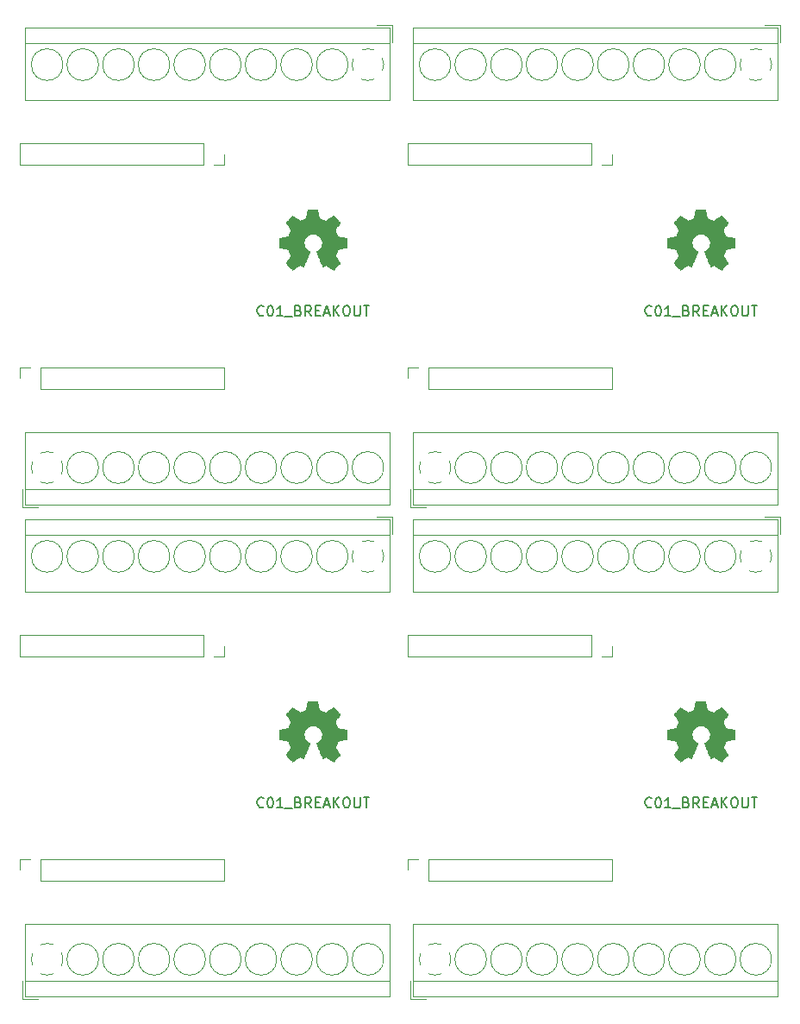
<source format=gbr>
G04 #@! TF.GenerationSoftware,KiCad,Pcbnew,5.1.5-52549c5~86~ubuntu18.04.1*
G04 #@! TF.CreationDate,2020-09-07T14:55:00-05:00*
G04 #@! TF.ProjectId,,58585858-5858-4585-9858-585858585858,rev?*
G04 #@! TF.SameCoordinates,Original*
G04 #@! TF.FileFunction,Legend,Top*
G04 #@! TF.FilePolarity,Positive*
%FSLAX46Y46*%
G04 Gerber Fmt 4.6, Leading zero omitted, Abs format (unit mm)*
G04 Created by KiCad (PCBNEW 5.1.5-52549c5~86~ubuntu18.04.1) date 2020-09-07 14:55:00*
%MOMM*%
%LPD*%
G04 APERTURE LIST*
%ADD10C,0.150000*%
%ADD11C,0.120000*%
%ADD12C,0.010000*%
G04 APERTURE END LIST*
D10*
X165092666Y-118975142D02*
X165045047Y-119022761D01*
X164902190Y-119070380D01*
X164806952Y-119070380D01*
X164664095Y-119022761D01*
X164568857Y-118927523D01*
X164521238Y-118832285D01*
X164473619Y-118641809D01*
X164473619Y-118498952D01*
X164521238Y-118308476D01*
X164568857Y-118213238D01*
X164664095Y-118118000D01*
X164806952Y-118070380D01*
X164902190Y-118070380D01*
X165045047Y-118118000D01*
X165092666Y-118165619D01*
X165711714Y-118070380D02*
X165806952Y-118070380D01*
X165902190Y-118118000D01*
X165949809Y-118165619D01*
X165997428Y-118260857D01*
X166045047Y-118451333D01*
X166045047Y-118689428D01*
X165997428Y-118879904D01*
X165949809Y-118975142D01*
X165902190Y-119022761D01*
X165806952Y-119070380D01*
X165711714Y-119070380D01*
X165616476Y-119022761D01*
X165568857Y-118975142D01*
X165521238Y-118879904D01*
X165473619Y-118689428D01*
X165473619Y-118451333D01*
X165521238Y-118260857D01*
X165568857Y-118165619D01*
X165616476Y-118118000D01*
X165711714Y-118070380D01*
X166997428Y-119070380D02*
X166426000Y-119070380D01*
X166711714Y-119070380D02*
X166711714Y-118070380D01*
X166616476Y-118213238D01*
X166521238Y-118308476D01*
X166426000Y-118356095D01*
X167187904Y-119165619D02*
X167949809Y-119165619D01*
X168521238Y-118546571D02*
X168664095Y-118594190D01*
X168711714Y-118641809D01*
X168759333Y-118737047D01*
X168759333Y-118879904D01*
X168711714Y-118975142D01*
X168664095Y-119022761D01*
X168568857Y-119070380D01*
X168187904Y-119070380D01*
X168187904Y-118070380D01*
X168521238Y-118070380D01*
X168616476Y-118118000D01*
X168664095Y-118165619D01*
X168711714Y-118260857D01*
X168711714Y-118356095D01*
X168664095Y-118451333D01*
X168616476Y-118498952D01*
X168521238Y-118546571D01*
X168187904Y-118546571D01*
X169759333Y-119070380D02*
X169426000Y-118594190D01*
X169187904Y-119070380D02*
X169187904Y-118070380D01*
X169568857Y-118070380D01*
X169664095Y-118118000D01*
X169711714Y-118165619D01*
X169759333Y-118260857D01*
X169759333Y-118403714D01*
X169711714Y-118498952D01*
X169664095Y-118546571D01*
X169568857Y-118594190D01*
X169187904Y-118594190D01*
X170187904Y-118546571D02*
X170521238Y-118546571D01*
X170664095Y-119070380D02*
X170187904Y-119070380D01*
X170187904Y-118070380D01*
X170664095Y-118070380D01*
X171045047Y-118784666D02*
X171521238Y-118784666D01*
X170949809Y-119070380D02*
X171283142Y-118070380D01*
X171616476Y-119070380D01*
X171949809Y-119070380D02*
X171949809Y-118070380D01*
X172521238Y-119070380D02*
X172092666Y-118498952D01*
X172521238Y-118070380D02*
X171949809Y-118641809D01*
X173140285Y-118070380D02*
X173330761Y-118070380D01*
X173426000Y-118118000D01*
X173521238Y-118213238D01*
X173568857Y-118403714D01*
X173568857Y-118737047D01*
X173521238Y-118927523D01*
X173426000Y-119022761D01*
X173330761Y-119070380D01*
X173140285Y-119070380D01*
X173045047Y-119022761D01*
X172949809Y-118927523D01*
X172902190Y-118737047D01*
X172902190Y-118403714D01*
X172949809Y-118213238D01*
X173045047Y-118118000D01*
X173140285Y-118070380D01*
X173997428Y-118070380D02*
X173997428Y-118879904D01*
X174045047Y-118975142D01*
X174092666Y-119022761D01*
X174187904Y-119070380D01*
X174378380Y-119070380D01*
X174473619Y-119022761D01*
X174521238Y-118975142D01*
X174568857Y-118879904D01*
X174568857Y-118070380D01*
X174902190Y-118070380D02*
X175473619Y-118070380D01*
X175187904Y-119070380D02*
X175187904Y-118070380D01*
X126992666Y-118975142D02*
X126945047Y-119022761D01*
X126802190Y-119070380D01*
X126706952Y-119070380D01*
X126564095Y-119022761D01*
X126468857Y-118927523D01*
X126421238Y-118832285D01*
X126373619Y-118641809D01*
X126373619Y-118498952D01*
X126421238Y-118308476D01*
X126468857Y-118213238D01*
X126564095Y-118118000D01*
X126706952Y-118070380D01*
X126802190Y-118070380D01*
X126945047Y-118118000D01*
X126992666Y-118165619D01*
X127611714Y-118070380D02*
X127706952Y-118070380D01*
X127802190Y-118118000D01*
X127849809Y-118165619D01*
X127897428Y-118260857D01*
X127945047Y-118451333D01*
X127945047Y-118689428D01*
X127897428Y-118879904D01*
X127849809Y-118975142D01*
X127802190Y-119022761D01*
X127706952Y-119070380D01*
X127611714Y-119070380D01*
X127516476Y-119022761D01*
X127468857Y-118975142D01*
X127421238Y-118879904D01*
X127373619Y-118689428D01*
X127373619Y-118451333D01*
X127421238Y-118260857D01*
X127468857Y-118165619D01*
X127516476Y-118118000D01*
X127611714Y-118070380D01*
X128897428Y-119070380D02*
X128326000Y-119070380D01*
X128611714Y-119070380D02*
X128611714Y-118070380D01*
X128516476Y-118213238D01*
X128421238Y-118308476D01*
X128326000Y-118356095D01*
X129087904Y-119165619D02*
X129849809Y-119165619D01*
X130421238Y-118546571D02*
X130564095Y-118594190D01*
X130611714Y-118641809D01*
X130659333Y-118737047D01*
X130659333Y-118879904D01*
X130611714Y-118975142D01*
X130564095Y-119022761D01*
X130468857Y-119070380D01*
X130087904Y-119070380D01*
X130087904Y-118070380D01*
X130421238Y-118070380D01*
X130516476Y-118118000D01*
X130564095Y-118165619D01*
X130611714Y-118260857D01*
X130611714Y-118356095D01*
X130564095Y-118451333D01*
X130516476Y-118498952D01*
X130421238Y-118546571D01*
X130087904Y-118546571D01*
X131659333Y-119070380D02*
X131326000Y-118594190D01*
X131087904Y-119070380D02*
X131087904Y-118070380D01*
X131468857Y-118070380D01*
X131564095Y-118118000D01*
X131611714Y-118165619D01*
X131659333Y-118260857D01*
X131659333Y-118403714D01*
X131611714Y-118498952D01*
X131564095Y-118546571D01*
X131468857Y-118594190D01*
X131087904Y-118594190D01*
X132087904Y-118546571D02*
X132421238Y-118546571D01*
X132564095Y-119070380D02*
X132087904Y-119070380D01*
X132087904Y-118070380D01*
X132564095Y-118070380D01*
X132945047Y-118784666D02*
X133421238Y-118784666D01*
X132849809Y-119070380D02*
X133183142Y-118070380D01*
X133516476Y-119070380D01*
X133849809Y-119070380D02*
X133849809Y-118070380D01*
X134421238Y-119070380D02*
X133992666Y-118498952D01*
X134421238Y-118070380D02*
X133849809Y-118641809D01*
X135040285Y-118070380D02*
X135230761Y-118070380D01*
X135326000Y-118118000D01*
X135421238Y-118213238D01*
X135468857Y-118403714D01*
X135468857Y-118737047D01*
X135421238Y-118927523D01*
X135326000Y-119022761D01*
X135230761Y-119070380D01*
X135040285Y-119070380D01*
X134945047Y-119022761D01*
X134849809Y-118927523D01*
X134802190Y-118737047D01*
X134802190Y-118403714D01*
X134849809Y-118213238D01*
X134945047Y-118118000D01*
X135040285Y-118070380D01*
X135897428Y-118070380D02*
X135897428Y-118879904D01*
X135945047Y-118975142D01*
X135992666Y-119022761D01*
X136087904Y-119070380D01*
X136278380Y-119070380D01*
X136373619Y-119022761D01*
X136421238Y-118975142D01*
X136468857Y-118879904D01*
X136468857Y-118070380D01*
X136802190Y-118070380D02*
X137373619Y-118070380D01*
X137087904Y-119070380D02*
X137087904Y-118070380D01*
X165092666Y-70715142D02*
X165045047Y-70762761D01*
X164902190Y-70810380D01*
X164806952Y-70810380D01*
X164664095Y-70762761D01*
X164568857Y-70667523D01*
X164521238Y-70572285D01*
X164473619Y-70381809D01*
X164473619Y-70238952D01*
X164521238Y-70048476D01*
X164568857Y-69953238D01*
X164664095Y-69858000D01*
X164806952Y-69810380D01*
X164902190Y-69810380D01*
X165045047Y-69858000D01*
X165092666Y-69905619D01*
X165711714Y-69810380D02*
X165806952Y-69810380D01*
X165902190Y-69858000D01*
X165949809Y-69905619D01*
X165997428Y-70000857D01*
X166045047Y-70191333D01*
X166045047Y-70429428D01*
X165997428Y-70619904D01*
X165949809Y-70715142D01*
X165902190Y-70762761D01*
X165806952Y-70810380D01*
X165711714Y-70810380D01*
X165616476Y-70762761D01*
X165568857Y-70715142D01*
X165521238Y-70619904D01*
X165473619Y-70429428D01*
X165473619Y-70191333D01*
X165521238Y-70000857D01*
X165568857Y-69905619D01*
X165616476Y-69858000D01*
X165711714Y-69810380D01*
X166997428Y-70810380D02*
X166426000Y-70810380D01*
X166711714Y-70810380D02*
X166711714Y-69810380D01*
X166616476Y-69953238D01*
X166521238Y-70048476D01*
X166426000Y-70096095D01*
X167187904Y-70905619D02*
X167949809Y-70905619D01*
X168521238Y-70286571D02*
X168664095Y-70334190D01*
X168711714Y-70381809D01*
X168759333Y-70477047D01*
X168759333Y-70619904D01*
X168711714Y-70715142D01*
X168664095Y-70762761D01*
X168568857Y-70810380D01*
X168187904Y-70810380D01*
X168187904Y-69810380D01*
X168521238Y-69810380D01*
X168616476Y-69858000D01*
X168664095Y-69905619D01*
X168711714Y-70000857D01*
X168711714Y-70096095D01*
X168664095Y-70191333D01*
X168616476Y-70238952D01*
X168521238Y-70286571D01*
X168187904Y-70286571D01*
X169759333Y-70810380D02*
X169426000Y-70334190D01*
X169187904Y-70810380D02*
X169187904Y-69810380D01*
X169568857Y-69810380D01*
X169664095Y-69858000D01*
X169711714Y-69905619D01*
X169759333Y-70000857D01*
X169759333Y-70143714D01*
X169711714Y-70238952D01*
X169664095Y-70286571D01*
X169568857Y-70334190D01*
X169187904Y-70334190D01*
X170187904Y-70286571D02*
X170521238Y-70286571D01*
X170664095Y-70810380D02*
X170187904Y-70810380D01*
X170187904Y-69810380D01*
X170664095Y-69810380D01*
X171045047Y-70524666D02*
X171521238Y-70524666D01*
X170949809Y-70810380D02*
X171283142Y-69810380D01*
X171616476Y-70810380D01*
X171949809Y-70810380D02*
X171949809Y-69810380D01*
X172521238Y-70810380D02*
X172092666Y-70238952D01*
X172521238Y-69810380D02*
X171949809Y-70381809D01*
X173140285Y-69810380D02*
X173330761Y-69810380D01*
X173426000Y-69858000D01*
X173521238Y-69953238D01*
X173568857Y-70143714D01*
X173568857Y-70477047D01*
X173521238Y-70667523D01*
X173426000Y-70762761D01*
X173330761Y-70810380D01*
X173140285Y-70810380D01*
X173045047Y-70762761D01*
X172949809Y-70667523D01*
X172902190Y-70477047D01*
X172902190Y-70143714D01*
X172949809Y-69953238D01*
X173045047Y-69858000D01*
X173140285Y-69810380D01*
X173997428Y-69810380D02*
X173997428Y-70619904D01*
X174045047Y-70715142D01*
X174092666Y-70762761D01*
X174187904Y-70810380D01*
X174378380Y-70810380D01*
X174473619Y-70762761D01*
X174521238Y-70715142D01*
X174568857Y-70619904D01*
X174568857Y-69810380D01*
X174902190Y-69810380D02*
X175473619Y-69810380D01*
X175187904Y-70810380D02*
X175187904Y-69810380D01*
X126992666Y-70715142D02*
X126945047Y-70762761D01*
X126802190Y-70810380D01*
X126706952Y-70810380D01*
X126564095Y-70762761D01*
X126468857Y-70667523D01*
X126421238Y-70572285D01*
X126373619Y-70381809D01*
X126373619Y-70238952D01*
X126421238Y-70048476D01*
X126468857Y-69953238D01*
X126564095Y-69858000D01*
X126706952Y-69810380D01*
X126802190Y-69810380D01*
X126945047Y-69858000D01*
X126992666Y-69905619D01*
X127611714Y-69810380D02*
X127706952Y-69810380D01*
X127802190Y-69858000D01*
X127849809Y-69905619D01*
X127897428Y-70000857D01*
X127945047Y-70191333D01*
X127945047Y-70429428D01*
X127897428Y-70619904D01*
X127849809Y-70715142D01*
X127802190Y-70762761D01*
X127706952Y-70810380D01*
X127611714Y-70810380D01*
X127516476Y-70762761D01*
X127468857Y-70715142D01*
X127421238Y-70619904D01*
X127373619Y-70429428D01*
X127373619Y-70191333D01*
X127421238Y-70000857D01*
X127468857Y-69905619D01*
X127516476Y-69858000D01*
X127611714Y-69810380D01*
X128897428Y-70810380D02*
X128326000Y-70810380D01*
X128611714Y-70810380D02*
X128611714Y-69810380D01*
X128516476Y-69953238D01*
X128421238Y-70048476D01*
X128326000Y-70096095D01*
X129087904Y-70905619D02*
X129849809Y-70905619D01*
X130421238Y-70286571D02*
X130564095Y-70334190D01*
X130611714Y-70381809D01*
X130659333Y-70477047D01*
X130659333Y-70619904D01*
X130611714Y-70715142D01*
X130564095Y-70762761D01*
X130468857Y-70810380D01*
X130087904Y-70810380D01*
X130087904Y-69810380D01*
X130421238Y-69810380D01*
X130516476Y-69858000D01*
X130564095Y-69905619D01*
X130611714Y-70000857D01*
X130611714Y-70096095D01*
X130564095Y-70191333D01*
X130516476Y-70238952D01*
X130421238Y-70286571D01*
X130087904Y-70286571D01*
X131659333Y-70810380D02*
X131326000Y-70334190D01*
X131087904Y-70810380D02*
X131087904Y-69810380D01*
X131468857Y-69810380D01*
X131564095Y-69858000D01*
X131611714Y-69905619D01*
X131659333Y-70000857D01*
X131659333Y-70143714D01*
X131611714Y-70238952D01*
X131564095Y-70286571D01*
X131468857Y-70334190D01*
X131087904Y-70334190D01*
X132087904Y-70286571D02*
X132421238Y-70286571D01*
X132564095Y-70810380D02*
X132087904Y-70810380D01*
X132087904Y-69810380D01*
X132564095Y-69810380D01*
X132945047Y-70524666D02*
X133421238Y-70524666D01*
X132849809Y-70810380D02*
X133183142Y-69810380D01*
X133516476Y-70810380D01*
X133849809Y-70810380D02*
X133849809Y-69810380D01*
X134421238Y-70810380D02*
X133992666Y-70238952D01*
X134421238Y-69810380D02*
X133849809Y-70381809D01*
X135040285Y-69810380D02*
X135230761Y-69810380D01*
X135326000Y-69858000D01*
X135421238Y-69953238D01*
X135468857Y-70143714D01*
X135468857Y-70477047D01*
X135421238Y-70667523D01*
X135326000Y-70762761D01*
X135230761Y-70810380D01*
X135040285Y-70810380D01*
X134945047Y-70762761D01*
X134849809Y-70667523D01*
X134802190Y-70477047D01*
X134802190Y-70143714D01*
X134849809Y-69953238D01*
X134945047Y-69858000D01*
X135040285Y-69810380D01*
X135897428Y-69810380D02*
X135897428Y-70619904D01*
X135945047Y-70715142D01*
X135992666Y-70762761D01*
X136087904Y-70810380D01*
X136278380Y-70810380D01*
X136373619Y-70762761D01*
X136421238Y-70715142D01*
X136468857Y-70619904D01*
X136468857Y-69810380D01*
X136802190Y-69810380D02*
X137373619Y-69810380D01*
X137087904Y-70810380D02*
X137087904Y-69810380D01*
D11*
X174728613Y-92980415D02*
G75*
G02X175336200Y-92856800I607587J-1431385D01*
G01*
X173904091Y-95019542D02*
G75*
G02X173904200Y-93803800I1432109J607742D01*
G01*
X175943942Y-95843909D02*
G75*
G02X174728200Y-95843800I-607742J1432109D01*
G01*
X176768309Y-93804058D02*
G75*
G02X176768200Y-95019800I-1432109J-607742D01*
G01*
X175309189Y-92856308D02*
G75*
G02X175944200Y-92979800I27011J-1555492D01*
G01*
X173391200Y-94411800D02*
G75*
G03X173391200Y-94411800I-1555000J0D01*
G01*
X169891200Y-94411800D02*
G75*
G03X169891200Y-94411800I-1555000J0D01*
G01*
X166391200Y-94411800D02*
G75*
G03X166391200Y-94411800I-1555000J0D01*
G01*
X162891200Y-94411800D02*
G75*
G03X162891200Y-94411800I-1555000J0D01*
G01*
X159391200Y-94411800D02*
G75*
G03X159391200Y-94411800I-1555000J0D01*
G01*
X155891200Y-94411800D02*
G75*
G03X155891200Y-94411800I-1555000J0D01*
G01*
X152391200Y-94411800D02*
G75*
G03X152391200Y-94411800I-1555000J0D01*
G01*
X148891200Y-94411800D02*
G75*
G03X148891200Y-94411800I-1555000J0D01*
G01*
X145391200Y-94411800D02*
G75*
G03X145391200Y-94411800I-1555000J0D01*
G01*
X177496200Y-92311800D02*
X141676200Y-92311800D01*
X177496200Y-97871800D02*
X141676200Y-97871800D01*
X177496200Y-90751800D02*
X141676200Y-90751800D01*
X177496200Y-97871800D02*
X177496200Y-90751800D01*
X141676200Y-97871800D02*
X141676200Y-90751800D01*
X177736200Y-92251800D02*
X177736200Y-90511800D01*
X177736200Y-90511800D02*
X176236200Y-90511800D01*
X136628613Y-92980415D02*
G75*
G02X137236200Y-92856800I607587J-1431385D01*
G01*
X135804091Y-95019542D02*
G75*
G02X135804200Y-93803800I1432109J607742D01*
G01*
X137843942Y-95843909D02*
G75*
G02X136628200Y-95843800I-607742J1432109D01*
G01*
X138668309Y-93804058D02*
G75*
G02X138668200Y-95019800I-1432109J-607742D01*
G01*
X137209189Y-92856308D02*
G75*
G02X137844200Y-92979800I27011J-1555492D01*
G01*
X135291200Y-94411800D02*
G75*
G03X135291200Y-94411800I-1555000J0D01*
G01*
X131791200Y-94411800D02*
G75*
G03X131791200Y-94411800I-1555000J0D01*
G01*
X128291200Y-94411800D02*
G75*
G03X128291200Y-94411800I-1555000J0D01*
G01*
X124791200Y-94411800D02*
G75*
G03X124791200Y-94411800I-1555000J0D01*
G01*
X121291200Y-94411800D02*
G75*
G03X121291200Y-94411800I-1555000J0D01*
G01*
X117791200Y-94411800D02*
G75*
G03X117791200Y-94411800I-1555000J0D01*
G01*
X114291200Y-94411800D02*
G75*
G03X114291200Y-94411800I-1555000J0D01*
G01*
X110791200Y-94411800D02*
G75*
G03X110791200Y-94411800I-1555000J0D01*
G01*
X107291200Y-94411800D02*
G75*
G03X107291200Y-94411800I-1555000J0D01*
G01*
X139396200Y-92311800D02*
X103576200Y-92311800D01*
X139396200Y-97871800D02*
X103576200Y-97871800D01*
X139396200Y-90751800D02*
X103576200Y-90751800D01*
X139396200Y-97871800D02*
X139396200Y-90751800D01*
X103576200Y-97871800D02*
X103576200Y-90751800D01*
X139636200Y-92251800D02*
X139636200Y-90511800D01*
X139636200Y-90511800D02*
X138136200Y-90511800D01*
X174728613Y-44720415D02*
G75*
G02X175336200Y-44596800I607587J-1431385D01*
G01*
X173904091Y-46759542D02*
G75*
G02X173904200Y-45543800I1432109J607742D01*
G01*
X175943942Y-47583909D02*
G75*
G02X174728200Y-47583800I-607742J1432109D01*
G01*
X176768309Y-45544058D02*
G75*
G02X176768200Y-46759800I-1432109J-607742D01*
G01*
X175309189Y-44596308D02*
G75*
G02X175944200Y-44719800I27011J-1555492D01*
G01*
X173391200Y-46151800D02*
G75*
G03X173391200Y-46151800I-1555000J0D01*
G01*
X169891200Y-46151800D02*
G75*
G03X169891200Y-46151800I-1555000J0D01*
G01*
X166391200Y-46151800D02*
G75*
G03X166391200Y-46151800I-1555000J0D01*
G01*
X162891200Y-46151800D02*
G75*
G03X162891200Y-46151800I-1555000J0D01*
G01*
X159391200Y-46151800D02*
G75*
G03X159391200Y-46151800I-1555000J0D01*
G01*
X155891200Y-46151800D02*
G75*
G03X155891200Y-46151800I-1555000J0D01*
G01*
X152391200Y-46151800D02*
G75*
G03X152391200Y-46151800I-1555000J0D01*
G01*
X148891200Y-46151800D02*
G75*
G03X148891200Y-46151800I-1555000J0D01*
G01*
X145391200Y-46151800D02*
G75*
G03X145391200Y-46151800I-1555000J0D01*
G01*
X177496200Y-44051800D02*
X141676200Y-44051800D01*
X177496200Y-49611800D02*
X141676200Y-49611800D01*
X177496200Y-42491800D02*
X141676200Y-42491800D01*
X177496200Y-49611800D02*
X177496200Y-42491800D01*
X141676200Y-49611800D02*
X141676200Y-42491800D01*
X177736200Y-43991800D02*
X177736200Y-42251800D01*
X177736200Y-42251800D02*
X176236200Y-42251800D01*
X159197800Y-102123200D02*
X159197800Y-104243200D01*
X159197800Y-102123200D02*
X141137800Y-102123200D01*
X141137800Y-102123200D02*
X141137800Y-104243200D01*
X159197800Y-104243200D02*
X141137800Y-104243200D01*
X161257800Y-104243200D02*
X160197800Y-104243200D01*
X161257800Y-103183200D02*
X161257800Y-104243200D01*
X121097800Y-102123200D02*
X121097800Y-104243200D01*
X121097800Y-102123200D02*
X103037800Y-102123200D01*
X103037800Y-102123200D02*
X103037800Y-104243200D01*
X121097800Y-104243200D02*
X103037800Y-104243200D01*
X123157800Y-104243200D02*
X122097800Y-104243200D01*
X123157800Y-103183200D02*
X123157800Y-104243200D01*
X159197800Y-53863200D02*
X159197800Y-55983200D01*
X159197800Y-53863200D02*
X141137800Y-53863200D01*
X141137800Y-53863200D02*
X141137800Y-55983200D01*
X159197800Y-55983200D02*
X141137800Y-55983200D01*
X161257800Y-55983200D02*
X160197800Y-55983200D01*
X161257800Y-54923200D02*
X161257800Y-55983200D01*
X143197800Y-126243200D02*
X143197800Y-124123200D01*
X143197800Y-126243200D02*
X161257800Y-126243200D01*
X161257800Y-126243200D02*
X161257800Y-124123200D01*
X143197800Y-124123200D02*
X161257800Y-124123200D01*
X141137800Y-124123200D02*
X142197800Y-124123200D01*
X141137800Y-125183200D02*
X141137800Y-124123200D01*
X105097800Y-126243200D02*
X105097800Y-124123200D01*
X105097800Y-126243200D02*
X123157800Y-126243200D01*
X123157800Y-126243200D02*
X123157800Y-124123200D01*
X105097800Y-124123200D02*
X123157800Y-124123200D01*
X103037800Y-124123200D02*
X104097800Y-124123200D01*
X103037800Y-125183200D02*
X103037800Y-124123200D01*
X143197800Y-77983200D02*
X143197800Y-75863200D01*
X143197800Y-77983200D02*
X161257800Y-77983200D01*
X161257800Y-77983200D02*
X161257800Y-75863200D01*
X143197800Y-75863200D02*
X161257800Y-75863200D01*
X141137800Y-75863200D02*
X142197800Y-75863200D01*
X141137800Y-76923200D02*
X141137800Y-75863200D01*
D12*
G36*
X170481814Y-109051131D02*
G01*
X170565635Y-109495755D01*
X170874920Y-109623253D01*
X171184206Y-109750751D01*
X171555246Y-109498446D01*
X171659157Y-109428196D01*
X171753087Y-109365472D01*
X171832652Y-109313138D01*
X171893470Y-109274057D01*
X171931157Y-109251093D01*
X171941421Y-109246142D01*
X171959910Y-109258876D01*
X171999420Y-109294082D01*
X172055522Y-109347262D01*
X172123787Y-109413918D01*
X172199786Y-109489554D01*
X172279092Y-109569672D01*
X172357275Y-109649774D01*
X172429907Y-109725364D01*
X172492559Y-109791945D01*
X172540803Y-109845018D01*
X172570210Y-109880087D01*
X172577241Y-109891823D01*
X172567123Y-109913460D01*
X172538759Y-109960862D01*
X172495129Y-110029393D01*
X172439218Y-110114415D01*
X172374006Y-110211293D01*
X172336219Y-110266550D01*
X172267343Y-110367448D01*
X172206140Y-110458499D01*
X172155578Y-110535170D01*
X172118628Y-110592928D01*
X172098258Y-110627243D01*
X172095197Y-110634454D01*
X172102136Y-110654948D01*
X172121051Y-110702713D01*
X172149087Y-110771032D01*
X172183391Y-110853189D01*
X172221109Y-110942470D01*
X172259387Y-111032158D01*
X172295370Y-111115538D01*
X172326206Y-111185894D01*
X172349039Y-111236510D01*
X172361017Y-111260671D01*
X172361724Y-111261622D01*
X172380531Y-111266236D01*
X172430618Y-111276528D01*
X172506793Y-111291487D01*
X172603865Y-111310101D01*
X172716643Y-111331359D01*
X172782442Y-111343618D01*
X172902950Y-111366562D01*
X173011797Y-111388395D01*
X173103476Y-111407922D01*
X173172481Y-111423948D01*
X173213304Y-111435279D01*
X173221511Y-111438874D01*
X173229548Y-111463206D01*
X173236033Y-111518159D01*
X173240970Y-111597308D01*
X173244364Y-111694226D01*
X173246218Y-111802487D01*
X173246538Y-111915665D01*
X173245327Y-112027335D01*
X173242590Y-112131068D01*
X173238331Y-112220441D01*
X173232555Y-112289026D01*
X173225267Y-112330397D01*
X173220895Y-112339010D01*
X173194764Y-112349333D01*
X173139393Y-112364092D01*
X173062107Y-112381552D01*
X172970230Y-112399980D01*
X172938158Y-112405941D01*
X172783524Y-112434266D01*
X172661375Y-112457076D01*
X172567673Y-112475280D01*
X172498384Y-112489783D01*
X172449471Y-112501492D01*
X172416897Y-112511315D01*
X172396628Y-112520156D01*
X172384626Y-112528924D01*
X172382947Y-112530657D01*
X172366184Y-112558571D01*
X172340614Y-112612895D01*
X172308788Y-112686977D01*
X172273260Y-112774165D01*
X172236583Y-112867808D01*
X172201311Y-112961252D01*
X172169996Y-113047847D01*
X172145193Y-113120940D01*
X172129454Y-113173878D01*
X172125332Y-113200011D01*
X172125676Y-113200926D01*
X172139641Y-113222286D01*
X172171322Y-113269284D01*
X172217391Y-113337027D01*
X172274518Y-113420623D01*
X172339373Y-113515182D01*
X172357843Y-113542054D01*
X172423699Y-113639475D01*
X172481650Y-113728363D01*
X172528538Y-113803612D01*
X172561207Y-113860120D01*
X172576500Y-113892781D01*
X172577241Y-113896793D01*
X172564392Y-113917884D01*
X172528888Y-113959664D01*
X172475293Y-114017645D01*
X172408171Y-114087335D01*
X172332087Y-114164245D01*
X172251604Y-114243883D01*
X172171287Y-114321761D01*
X172095699Y-114393386D01*
X172029405Y-114454270D01*
X171976969Y-114499921D01*
X171942955Y-114525850D01*
X171933545Y-114530083D01*
X171911643Y-114520112D01*
X171866800Y-114493220D01*
X171806321Y-114453936D01*
X171759789Y-114422317D01*
X171675475Y-114364298D01*
X171575626Y-114295984D01*
X171475473Y-114227779D01*
X171421627Y-114191275D01*
X171239371Y-114068000D01*
X171086381Y-114150720D01*
X171016682Y-114186959D01*
X170957414Y-114215126D01*
X170917311Y-114231191D01*
X170907103Y-114233426D01*
X170894829Y-114216922D01*
X170870613Y-114170282D01*
X170836263Y-114097809D01*
X170793588Y-114003806D01*
X170744394Y-113892574D01*
X170690490Y-113768415D01*
X170633684Y-113635632D01*
X170575782Y-113498527D01*
X170518593Y-113361402D01*
X170463924Y-113228558D01*
X170413584Y-113104298D01*
X170369380Y-112992925D01*
X170333119Y-112898739D01*
X170306609Y-112826044D01*
X170291658Y-112779141D01*
X170289254Y-112763033D01*
X170308311Y-112742486D01*
X170350036Y-112709133D01*
X170405706Y-112669902D01*
X170410378Y-112666799D01*
X170554264Y-112551623D01*
X170670283Y-112417253D01*
X170757430Y-112267984D01*
X170814699Y-112108113D01*
X170841086Y-111941937D01*
X170835585Y-111773752D01*
X170797190Y-111607855D01*
X170724895Y-111448542D01*
X170703626Y-111413687D01*
X170592996Y-111272937D01*
X170462302Y-111159914D01*
X170316064Y-111075203D01*
X170158808Y-111019394D01*
X169995057Y-110993074D01*
X169829333Y-110996830D01*
X169666162Y-111031250D01*
X169510065Y-111096923D01*
X169365567Y-111194435D01*
X169320869Y-111234013D01*
X169207112Y-111357903D01*
X169124218Y-111488324D01*
X169067356Y-111634515D01*
X169035687Y-111779288D01*
X169027869Y-111942060D01*
X169053938Y-112105640D01*
X169111245Y-112264498D01*
X169197144Y-112413106D01*
X169308986Y-112545935D01*
X169444123Y-112657456D01*
X169461883Y-112669211D01*
X169518150Y-112707708D01*
X169560923Y-112741063D01*
X169581372Y-112762360D01*
X169581669Y-112763033D01*
X169577279Y-112786071D01*
X169559876Y-112838357D01*
X169531268Y-112915590D01*
X169493265Y-113013468D01*
X169447674Y-113127691D01*
X169396303Y-113253958D01*
X169340962Y-113387967D01*
X169283458Y-113525418D01*
X169225601Y-113662008D01*
X169169198Y-113793437D01*
X169116058Y-113915405D01*
X169067990Y-114023609D01*
X169026801Y-114113749D01*
X168994301Y-114181523D01*
X168972297Y-114222630D01*
X168963436Y-114233426D01*
X168936360Y-114225019D01*
X168885697Y-114202472D01*
X168820183Y-114169813D01*
X168784159Y-114150720D01*
X168631168Y-114068000D01*
X168448912Y-114191275D01*
X168355875Y-114254428D01*
X168254015Y-114323927D01*
X168158562Y-114389365D01*
X168110750Y-114422317D01*
X168043505Y-114467473D01*
X167986564Y-114503257D01*
X167947354Y-114525138D01*
X167934619Y-114529763D01*
X167916083Y-114517285D01*
X167875059Y-114482452D01*
X167815525Y-114428878D01*
X167741458Y-114360183D01*
X167656835Y-114279981D01*
X167603315Y-114228486D01*
X167509681Y-114136486D01*
X167428759Y-114054199D01*
X167363823Y-113985145D01*
X167318142Y-113932844D01*
X167294989Y-113900816D01*
X167292768Y-113894316D01*
X167303076Y-113869594D01*
X167331561Y-113819605D01*
X167375063Y-113749412D01*
X167430423Y-113664075D01*
X167494480Y-113568656D01*
X167512697Y-113542054D01*
X167579073Y-113445367D01*
X167638622Y-113358317D01*
X167688016Y-113285795D01*
X167723925Y-113232693D01*
X167743019Y-113203903D01*
X167744864Y-113200926D01*
X167742105Y-113177982D01*
X167727462Y-113127536D01*
X167703487Y-113056241D01*
X167672734Y-112970747D01*
X167637756Y-112877707D01*
X167601107Y-112783774D01*
X167565339Y-112695599D01*
X167533006Y-112619834D01*
X167506662Y-112563131D01*
X167488858Y-112532143D01*
X167487593Y-112530657D01*
X167476706Y-112521801D01*
X167458318Y-112513043D01*
X167428394Y-112503477D01*
X167382897Y-112492196D01*
X167317791Y-112478293D01*
X167229039Y-112460863D01*
X167112607Y-112438998D01*
X166964458Y-112411791D01*
X166932382Y-112405941D01*
X166837314Y-112387574D01*
X166754435Y-112369605D01*
X166691070Y-112353769D01*
X166654542Y-112341800D01*
X166649644Y-112339010D01*
X166641573Y-112314272D01*
X166635013Y-112258990D01*
X166629967Y-112179589D01*
X166626441Y-112082496D01*
X166624439Y-111974138D01*
X166623964Y-111860940D01*
X166625023Y-111749328D01*
X166627618Y-111645729D01*
X166631754Y-111556568D01*
X166637437Y-111488272D01*
X166644669Y-111447266D01*
X166649029Y-111438874D01*
X166673302Y-111430408D01*
X166728574Y-111416635D01*
X166809338Y-111398750D01*
X166910088Y-111377948D01*
X167025317Y-111355423D01*
X167088098Y-111343618D01*
X167207213Y-111321351D01*
X167313435Y-111301179D01*
X167401573Y-111284115D01*
X167466434Y-111271169D01*
X167502826Y-111263355D01*
X167508816Y-111261622D01*
X167518939Y-111242090D01*
X167540338Y-111195043D01*
X167570161Y-111127203D01*
X167605555Y-111045291D01*
X167643668Y-110956028D01*
X167681647Y-110866135D01*
X167716640Y-110782335D01*
X167745794Y-110711347D01*
X167766257Y-110659894D01*
X167775177Y-110634697D01*
X167775343Y-110633596D01*
X167765231Y-110613719D01*
X167736883Y-110567977D01*
X167693277Y-110500917D01*
X167637394Y-110417084D01*
X167572213Y-110321026D01*
X167534321Y-110265850D01*
X167465275Y-110164681D01*
X167403950Y-110072830D01*
X167353337Y-109994944D01*
X167316429Y-109935669D01*
X167296218Y-109899651D01*
X167293299Y-109891577D01*
X167305847Y-109872784D01*
X167340537Y-109832657D01*
X167392937Y-109775693D01*
X167458616Y-109706385D01*
X167533144Y-109629231D01*
X167612087Y-109548725D01*
X167691017Y-109469363D01*
X167765500Y-109395640D01*
X167831106Y-109332052D01*
X167883404Y-109283094D01*
X167917961Y-109253261D01*
X167929522Y-109246142D01*
X167948346Y-109256153D01*
X167993369Y-109284278D01*
X168060213Y-109327654D01*
X168144501Y-109383418D01*
X168241856Y-109448706D01*
X168315293Y-109498446D01*
X168686333Y-109750751D01*
X169304905Y-109495755D01*
X169388725Y-109051131D01*
X169472546Y-108606507D01*
X170397994Y-108606507D01*
X170481814Y-109051131D01*
G37*
X170481814Y-109051131D02*
X170565635Y-109495755D01*
X170874920Y-109623253D01*
X171184206Y-109750751D01*
X171555246Y-109498446D01*
X171659157Y-109428196D01*
X171753087Y-109365472D01*
X171832652Y-109313138D01*
X171893470Y-109274057D01*
X171931157Y-109251093D01*
X171941421Y-109246142D01*
X171959910Y-109258876D01*
X171999420Y-109294082D01*
X172055522Y-109347262D01*
X172123787Y-109413918D01*
X172199786Y-109489554D01*
X172279092Y-109569672D01*
X172357275Y-109649774D01*
X172429907Y-109725364D01*
X172492559Y-109791945D01*
X172540803Y-109845018D01*
X172570210Y-109880087D01*
X172577241Y-109891823D01*
X172567123Y-109913460D01*
X172538759Y-109960862D01*
X172495129Y-110029393D01*
X172439218Y-110114415D01*
X172374006Y-110211293D01*
X172336219Y-110266550D01*
X172267343Y-110367448D01*
X172206140Y-110458499D01*
X172155578Y-110535170D01*
X172118628Y-110592928D01*
X172098258Y-110627243D01*
X172095197Y-110634454D01*
X172102136Y-110654948D01*
X172121051Y-110702713D01*
X172149087Y-110771032D01*
X172183391Y-110853189D01*
X172221109Y-110942470D01*
X172259387Y-111032158D01*
X172295370Y-111115538D01*
X172326206Y-111185894D01*
X172349039Y-111236510D01*
X172361017Y-111260671D01*
X172361724Y-111261622D01*
X172380531Y-111266236D01*
X172430618Y-111276528D01*
X172506793Y-111291487D01*
X172603865Y-111310101D01*
X172716643Y-111331359D01*
X172782442Y-111343618D01*
X172902950Y-111366562D01*
X173011797Y-111388395D01*
X173103476Y-111407922D01*
X173172481Y-111423948D01*
X173213304Y-111435279D01*
X173221511Y-111438874D01*
X173229548Y-111463206D01*
X173236033Y-111518159D01*
X173240970Y-111597308D01*
X173244364Y-111694226D01*
X173246218Y-111802487D01*
X173246538Y-111915665D01*
X173245327Y-112027335D01*
X173242590Y-112131068D01*
X173238331Y-112220441D01*
X173232555Y-112289026D01*
X173225267Y-112330397D01*
X173220895Y-112339010D01*
X173194764Y-112349333D01*
X173139393Y-112364092D01*
X173062107Y-112381552D01*
X172970230Y-112399980D01*
X172938158Y-112405941D01*
X172783524Y-112434266D01*
X172661375Y-112457076D01*
X172567673Y-112475280D01*
X172498384Y-112489783D01*
X172449471Y-112501492D01*
X172416897Y-112511315D01*
X172396628Y-112520156D01*
X172384626Y-112528924D01*
X172382947Y-112530657D01*
X172366184Y-112558571D01*
X172340614Y-112612895D01*
X172308788Y-112686977D01*
X172273260Y-112774165D01*
X172236583Y-112867808D01*
X172201311Y-112961252D01*
X172169996Y-113047847D01*
X172145193Y-113120940D01*
X172129454Y-113173878D01*
X172125332Y-113200011D01*
X172125676Y-113200926D01*
X172139641Y-113222286D01*
X172171322Y-113269284D01*
X172217391Y-113337027D01*
X172274518Y-113420623D01*
X172339373Y-113515182D01*
X172357843Y-113542054D01*
X172423699Y-113639475D01*
X172481650Y-113728363D01*
X172528538Y-113803612D01*
X172561207Y-113860120D01*
X172576500Y-113892781D01*
X172577241Y-113896793D01*
X172564392Y-113917884D01*
X172528888Y-113959664D01*
X172475293Y-114017645D01*
X172408171Y-114087335D01*
X172332087Y-114164245D01*
X172251604Y-114243883D01*
X172171287Y-114321761D01*
X172095699Y-114393386D01*
X172029405Y-114454270D01*
X171976969Y-114499921D01*
X171942955Y-114525850D01*
X171933545Y-114530083D01*
X171911643Y-114520112D01*
X171866800Y-114493220D01*
X171806321Y-114453936D01*
X171759789Y-114422317D01*
X171675475Y-114364298D01*
X171575626Y-114295984D01*
X171475473Y-114227779D01*
X171421627Y-114191275D01*
X171239371Y-114068000D01*
X171086381Y-114150720D01*
X171016682Y-114186959D01*
X170957414Y-114215126D01*
X170917311Y-114231191D01*
X170907103Y-114233426D01*
X170894829Y-114216922D01*
X170870613Y-114170282D01*
X170836263Y-114097809D01*
X170793588Y-114003806D01*
X170744394Y-113892574D01*
X170690490Y-113768415D01*
X170633684Y-113635632D01*
X170575782Y-113498527D01*
X170518593Y-113361402D01*
X170463924Y-113228558D01*
X170413584Y-113104298D01*
X170369380Y-112992925D01*
X170333119Y-112898739D01*
X170306609Y-112826044D01*
X170291658Y-112779141D01*
X170289254Y-112763033D01*
X170308311Y-112742486D01*
X170350036Y-112709133D01*
X170405706Y-112669902D01*
X170410378Y-112666799D01*
X170554264Y-112551623D01*
X170670283Y-112417253D01*
X170757430Y-112267984D01*
X170814699Y-112108113D01*
X170841086Y-111941937D01*
X170835585Y-111773752D01*
X170797190Y-111607855D01*
X170724895Y-111448542D01*
X170703626Y-111413687D01*
X170592996Y-111272937D01*
X170462302Y-111159914D01*
X170316064Y-111075203D01*
X170158808Y-111019394D01*
X169995057Y-110993074D01*
X169829333Y-110996830D01*
X169666162Y-111031250D01*
X169510065Y-111096923D01*
X169365567Y-111194435D01*
X169320869Y-111234013D01*
X169207112Y-111357903D01*
X169124218Y-111488324D01*
X169067356Y-111634515D01*
X169035687Y-111779288D01*
X169027869Y-111942060D01*
X169053938Y-112105640D01*
X169111245Y-112264498D01*
X169197144Y-112413106D01*
X169308986Y-112545935D01*
X169444123Y-112657456D01*
X169461883Y-112669211D01*
X169518150Y-112707708D01*
X169560923Y-112741063D01*
X169581372Y-112762360D01*
X169581669Y-112763033D01*
X169577279Y-112786071D01*
X169559876Y-112838357D01*
X169531268Y-112915590D01*
X169493265Y-113013468D01*
X169447674Y-113127691D01*
X169396303Y-113253958D01*
X169340962Y-113387967D01*
X169283458Y-113525418D01*
X169225601Y-113662008D01*
X169169198Y-113793437D01*
X169116058Y-113915405D01*
X169067990Y-114023609D01*
X169026801Y-114113749D01*
X168994301Y-114181523D01*
X168972297Y-114222630D01*
X168963436Y-114233426D01*
X168936360Y-114225019D01*
X168885697Y-114202472D01*
X168820183Y-114169813D01*
X168784159Y-114150720D01*
X168631168Y-114068000D01*
X168448912Y-114191275D01*
X168355875Y-114254428D01*
X168254015Y-114323927D01*
X168158562Y-114389365D01*
X168110750Y-114422317D01*
X168043505Y-114467473D01*
X167986564Y-114503257D01*
X167947354Y-114525138D01*
X167934619Y-114529763D01*
X167916083Y-114517285D01*
X167875059Y-114482452D01*
X167815525Y-114428878D01*
X167741458Y-114360183D01*
X167656835Y-114279981D01*
X167603315Y-114228486D01*
X167509681Y-114136486D01*
X167428759Y-114054199D01*
X167363823Y-113985145D01*
X167318142Y-113932844D01*
X167294989Y-113900816D01*
X167292768Y-113894316D01*
X167303076Y-113869594D01*
X167331561Y-113819605D01*
X167375063Y-113749412D01*
X167430423Y-113664075D01*
X167494480Y-113568656D01*
X167512697Y-113542054D01*
X167579073Y-113445367D01*
X167638622Y-113358317D01*
X167688016Y-113285795D01*
X167723925Y-113232693D01*
X167743019Y-113203903D01*
X167744864Y-113200926D01*
X167742105Y-113177982D01*
X167727462Y-113127536D01*
X167703487Y-113056241D01*
X167672734Y-112970747D01*
X167637756Y-112877707D01*
X167601107Y-112783774D01*
X167565339Y-112695599D01*
X167533006Y-112619834D01*
X167506662Y-112563131D01*
X167488858Y-112532143D01*
X167487593Y-112530657D01*
X167476706Y-112521801D01*
X167458318Y-112513043D01*
X167428394Y-112503477D01*
X167382897Y-112492196D01*
X167317791Y-112478293D01*
X167229039Y-112460863D01*
X167112607Y-112438998D01*
X166964458Y-112411791D01*
X166932382Y-112405941D01*
X166837314Y-112387574D01*
X166754435Y-112369605D01*
X166691070Y-112353769D01*
X166654542Y-112341800D01*
X166649644Y-112339010D01*
X166641573Y-112314272D01*
X166635013Y-112258990D01*
X166629967Y-112179589D01*
X166626441Y-112082496D01*
X166624439Y-111974138D01*
X166623964Y-111860940D01*
X166625023Y-111749328D01*
X166627618Y-111645729D01*
X166631754Y-111556568D01*
X166637437Y-111488272D01*
X166644669Y-111447266D01*
X166649029Y-111438874D01*
X166673302Y-111430408D01*
X166728574Y-111416635D01*
X166809338Y-111398750D01*
X166910088Y-111377948D01*
X167025317Y-111355423D01*
X167088098Y-111343618D01*
X167207213Y-111321351D01*
X167313435Y-111301179D01*
X167401573Y-111284115D01*
X167466434Y-111271169D01*
X167502826Y-111263355D01*
X167508816Y-111261622D01*
X167518939Y-111242090D01*
X167540338Y-111195043D01*
X167570161Y-111127203D01*
X167605555Y-111045291D01*
X167643668Y-110956028D01*
X167681647Y-110866135D01*
X167716640Y-110782335D01*
X167745794Y-110711347D01*
X167766257Y-110659894D01*
X167775177Y-110634697D01*
X167775343Y-110633596D01*
X167765231Y-110613719D01*
X167736883Y-110567977D01*
X167693277Y-110500917D01*
X167637394Y-110417084D01*
X167572213Y-110321026D01*
X167534321Y-110265850D01*
X167465275Y-110164681D01*
X167403950Y-110072830D01*
X167353337Y-109994944D01*
X167316429Y-109935669D01*
X167296218Y-109899651D01*
X167293299Y-109891577D01*
X167305847Y-109872784D01*
X167340537Y-109832657D01*
X167392937Y-109775693D01*
X167458616Y-109706385D01*
X167533144Y-109629231D01*
X167612087Y-109548725D01*
X167691017Y-109469363D01*
X167765500Y-109395640D01*
X167831106Y-109332052D01*
X167883404Y-109283094D01*
X167917961Y-109253261D01*
X167929522Y-109246142D01*
X167948346Y-109256153D01*
X167993369Y-109284278D01*
X168060213Y-109327654D01*
X168144501Y-109383418D01*
X168241856Y-109448706D01*
X168315293Y-109498446D01*
X168686333Y-109750751D01*
X169304905Y-109495755D01*
X169388725Y-109051131D01*
X169472546Y-108606507D01*
X170397994Y-108606507D01*
X170481814Y-109051131D01*
G36*
X132381814Y-109051131D02*
G01*
X132465635Y-109495755D01*
X132774920Y-109623253D01*
X133084206Y-109750751D01*
X133455246Y-109498446D01*
X133559157Y-109428196D01*
X133653087Y-109365472D01*
X133732652Y-109313138D01*
X133793470Y-109274057D01*
X133831157Y-109251093D01*
X133841421Y-109246142D01*
X133859910Y-109258876D01*
X133899420Y-109294082D01*
X133955522Y-109347262D01*
X134023787Y-109413918D01*
X134099786Y-109489554D01*
X134179092Y-109569672D01*
X134257275Y-109649774D01*
X134329907Y-109725364D01*
X134392559Y-109791945D01*
X134440803Y-109845018D01*
X134470210Y-109880087D01*
X134477241Y-109891823D01*
X134467123Y-109913460D01*
X134438759Y-109960862D01*
X134395129Y-110029393D01*
X134339218Y-110114415D01*
X134274006Y-110211293D01*
X134236219Y-110266550D01*
X134167343Y-110367448D01*
X134106140Y-110458499D01*
X134055578Y-110535170D01*
X134018628Y-110592928D01*
X133998258Y-110627243D01*
X133995197Y-110634454D01*
X134002136Y-110654948D01*
X134021051Y-110702713D01*
X134049087Y-110771032D01*
X134083391Y-110853189D01*
X134121109Y-110942470D01*
X134159387Y-111032158D01*
X134195370Y-111115538D01*
X134226206Y-111185894D01*
X134249039Y-111236510D01*
X134261017Y-111260671D01*
X134261724Y-111261622D01*
X134280531Y-111266236D01*
X134330618Y-111276528D01*
X134406793Y-111291487D01*
X134503865Y-111310101D01*
X134616643Y-111331359D01*
X134682442Y-111343618D01*
X134802950Y-111366562D01*
X134911797Y-111388395D01*
X135003476Y-111407922D01*
X135072481Y-111423948D01*
X135113304Y-111435279D01*
X135121511Y-111438874D01*
X135129548Y-111463206D01*
X135136033Y-111518159D01*
X135140970Y-111597308D01*
X135144364Y-111694226D01*
X135146218Y-111802487D01*
X135146538Y-111915665D01*
X135145327Y-112027335D01*
X135142590Y-112131068D01*
X135138331Y-112220441D01*
X135132555Y-112289026D01*
X135125267Y-112330397D01*
X135120895Y-112339010D01*
X135094764Y-112349333D01*
X135039393Y-112364092D01*
X134962107Y-112381552D01*
X134870230Y-112399980D01*
X134838158Y-112405941D01*
X134683524Y-112434266D01*
X134561375Y-112457076D01*
X134467673Y-112475280D01*
X134398384Y-112489783D01*
X134349471Y-112501492D01*
X134316897Y-112511315D01*
X134296628Y-112520156D01*
X134284626Y-112528924D01*
X134282947Y-112530657D01*
X134266184Y-112558571D01*
X134240614Y-112612895D01*
X134208788Y-112686977D01*
X134173260Y-112774165D01*
X134136583Y-112867808D01*
X134101311Y-112961252D01*
X134069996Y-113047847D01*
X134045193Y-113120940D01*
X134029454Y-113173878D01*
X134025332Y-113200011D01*
X134025676Y-113200926D01*
X134039641Y-113222286D01*
X134071322Y-113269284D01*
X134117391Y-113337027D01*
X134174518Y-113420623D01*
X134239373Y-113515182D01*
X134257843Y-113542054D01*
X134323699Y-113639475D01*
X134381650Y-113728363D01*
X134428538Y-113803612D01*
X134461207Y-113860120D01*
X134476500Y-113892781D01*
X134477241Y-113896793D01*
X134464392Y-113917884D01*
X134428888Y-113959664D01*
X134375293Y-114017645D01*
X134308171Y-114087335D01*
X134232087Y-114164245D01*
X134151604Y-114243883D01*
X134071287Y-114321761D01*
X133995699Y-114393386D01*
X133929405Y-114454270D01*
X133876969Y-114499921D01*
X133842955Y-114525850D01*
X133833545Y-114530083D01*
X133811643Y-114520112D01*
X133766800Y-114493220D01*
X133706321Y-114453936D01*
X133659789Y-114422317D01*
X133575475Y-114364298D01*
X133475626Y-114295984D01*
X133375473Y-114227779D01*
X133321627Y-114191275D01*
X133139371Y-114068000D01*
X132986381Y-114150720D01*
X132916682Y-114186959D01*
X132857414Y-114215126D01*
X132817311Y-114231191D01*
X132807103Y-114233426D01*
X132794829Y-114216922D01*
X132770613Y-114170282D01*
X132736263Y-114097809D01*
X132693588Y-114003806D01*
X132644394Y-113892574D01*
X132590490Y-113768415D01*
X132533684Y-113635632D01*
X132475782Y-113498527D01*
X132418593Y-113361402D01*
X132363924Y-113228558D01*
X132313584Y-113104298D01*
X132269380Y-112992925D01*
X132233119Y-112898739D01*
X132206609Y-112826044D01*
X132191658Y-112779141D01*
X132189254Y-112763033D01*
X132208311Y-112742486D01*
X132250036Y-112709133D01*
X132305706Y-112669902D01*
X132310378Y-112666799D01*
X132454264Y-112551623D01*
X132570283Y-112417253D01*
X132657430Y-112267984D01*
X132714699Y-112108113D01*
X132741086Y-111941937D01*
X132735585Y-111773752D01*
X132697190Y-111607855D01*
X132624895Y-111448542D01*
X132603626Y-111413687D01*
X132492996Y-111272937D01*
X132362302Y-111159914D01*
X132216064Y-111075203D01*
X132058808Y-111019394D01*
X131895057Y-110993074D01*
X131729333Y-110996830D01*
X131566162Y-111031250D01*
X131410065Y-111096923D01*
X131265567Y-111194435D01*
X131220869Y-111234013D01*
X131107112Y-111357903D01*
X131024218Y-111488324D01*
X130967356Y-111634515D01*
X130935687Y-111779288D01*
X130927869Y-111942060D01*
X130953938Y-112105640D01*
X131011245Y-112264498D01*
X131097144Y-112413106D01*
X131208986Y-112545935D01*
X131344123Y-112657456D01*
X131361883Y-112669211D01*
X131418150Y-112707708D01*
X131460923Y-112741063D01*
X131481372Y-112762360D01*
X131481669Y-112763033D01*
X131477279Y-112786071D01*
X131459876Y-112838357D01*
X131431268Y-112915590D01*
X131393265Y-113013468D01*
X131347674Y-113127691D01*
X131296303Y-113253958D01*
X131240962Y-113387967D01*
X131183458Y-113525418D01*
X131125601Y-113662008D01*
X131069198Y-113793437D01*
X131016058Y-113915405D01*
X130967990Y-114023609D01*
X130926801Y-114113749D01*
X130894301Y-114181523D01*
X130872297Y-114222630D01*
X130863436Y-114233426D01*
X130836360Y-114225019D01*
X130785697Y-114202472D01*
X130720183Y-114169813D01*
X130684159Y-114150720D01*
X130531168Y-114068000D01*
X130348912Y-114191275D01*
X130255875Y-114254428D01*
X130154015Y-114323927D01*
X130058562Y-114389365D01*
X130010750Y-114422317D01*
X129943505Y-114467473D01*
X129886564Y-114503257D01*
X129847354Y-114525138D01*
X129834619Y-114529763D01*
X129816083Y-114517285D01*
X129775059Y-114482452D01*
X129715525Y-114428878D01*
X129641458Y-114360183D01*
X129556835Y-114279981D01*
X129503315Y-114228486D01*
X129409681Y-114136486D01*
X129328759Y-114054199D01*
X129263823Y-113985145D01*
X129218142Y-113932844D01*
X129194989Y-113900816D01*
X129192768Y-113894316D01*
X129203076Y-113869594D01*
X129231561Y-113819605D01*
X129275063Y-113749412D01*
X129330423Y-113664075D01*
X129394480Y-113568656D01*
X129412697Y-113542054D01*
X129479073Y-113445367D01*
X129538622Y-113358317D01*
X129588016Y-113285795D01*
X129623925Y-113232693D01*
X129643019Y-113203903D01*
X129644864Y-113200926D01*
X129642105Y-113177982D01*
X129627462Y-113127536D01*
X129603487Y-113056241D01*
X129572734Y-112970747D01*
X129537756Y-112877707D01*
X129501107Y-112783774D01*
X129465339Y-112695599D01*
X129433006Y-112619834D01*
X129406662Y-112563131D01*
X129388858Y-112532143D01*
X129387593Y-112530657D01*
X129376706Y-112521801D01*
X129358318Y-112513043D01*
X129328394Y-112503477D01*
X129282897Y-112492196D01*
X129217791Y-112478293D01*
X129129039Y-112460863D01*
X129012607Y-112438998D01*
X128864458Y-112411791D01*
X128832382Y-112405941D01*
X128737314Y-112387574D01*
X128654435Y-112369605D01*
X128591070Y-112353769D01*
X128554542Y-112341800D01*
X128549644Y-112339010D01*
X128541573Y-112314272D01*
X128535013Y-112258990D01*
X128529967Y-112179589D01*
X128526441Y-112082496D01*
X128524439Y-111974138D01*
X128523964Y-111860940D01*
X128525023Y-111749328D01*
X128527618Y-111645729D01*
X128531754Y-111556568D01*
X128537437Y-111488272D01*
X128544669Y-111447266D01*
X128549029Y-111438874D01*
X128573302Y-111430408D01*
X128628574Y-111416635D01*
X128709338Y-111398750D01*
X128810088Y-111377948D01*
X128925317Y-111355423D01*
X128988098Y-111343618D01*
X129107213Y-111321351D01*
X129213435Y-111301179D01*
X129301573Y-111284115D01*
X129366434Y-111271169D01*
X129402826Y-111263355D01*
X129408816Y-111261622D01*
X129418939Y-111242090D01*
X129440338Y-111195043D01*
X129470161Y-111127203D01*
X129505555Y-111045291D01*
X129543668Y-110956028D01*
X129581647Y-110866135D01*
X129616640Y-110782335D01*
X129645794Y-110711347D01*
X129666257Y-110659894D01*
X129675177Y-110634697D01*
X129675343Y-110633596D01*
X129665231Y-110613719D01*
X129636883Y-110567977D01*
X129593277Y-110500917D01*
X129537394Y-110417084D01*
X129472213Y-110321026D01*
X129434321Y-110265850D01*
X129365275Y-110164681D01*
X129303950Y-110072830D01*
X129253337Y-109994944D01*
X129216429Y-109935669D01*
X129196218Y-109899651D01*
X129193299Y-109891577D01*
X129205847Y-109872784D01*
X129240537Y-109832657D01*
X129292937Y-109775693D01*
X129358616Y-109706385D01*
X129433144Y-109629231D01*
X129512087Y-109548725D01*
X129591017Y-109469363D01*
X129665500Y-109395640D01*
X129731106Y-109332052D01*
X129783404Y-109283094D01*
X129817961Y-109253261D01*
X129829522Y-109246142D01*
X129848346Y-109256153D01*
X129893369Y-109284278D01*
X129960213Y-109327654D01*
X130044501Y-109383418D01*
X130141856Y-109448706D01*
X130215293Y-109498446D01*
X130586333Y-109750751D01*
X131204905Y-109495755D01*
X131288725Y-109051131D01*
X131372546Y-108606507D01*
X132297994Y-108606507D01*
X132381814Y-109051131D01*
G37*
X132381814Y-109051131D02*
X132465635Y-109495755D01*
X132774920Y-109623253D01*
X133084206Y-109750751D01*
X133455246Y-109498446D01*
X133559157Y-109428196D01*
X133653087Y-109365472D01*
X133732652Y-109313138D01*
X133793470Y-109274057D01*
X133831157Y-109251093D01*
X133841421Y-109246142D01*
X133859910Y-109258876D01*
X133899420Y-109294082D01*
X133955522Y-109347262D01*
X134023787Y-109413918D01*
X134099786Y-109489554D01*
X134179092Y-109569672D01*
X134257275Y-109649774D01*
X134329907Y-109725364D01*
X134392559Y-109791945D01*
X134440803Y-109845018D01*
X134470210Y-109880087D01*
X134477241Y-109891823D01*
X134467123Y-109913460D01*
X134438759Y-109960862D01*
X134395129Y-110029393D01*
X134339218Y-110114415D01*
X134274006Y-110211293D01*
X134236219Y-110266550D01*
X134167343Y-110367448D01*
X134106140Y-110458499D01*
X134055578Y-110535170D01*
X134018628Y-110592928D01*
X133998258Y-110627243D01*
X133995197Y-110634454D01*
X134002136Y-110654948D01*
X134021051Y-110702713D01*
X134049087Y-110771032D01*
X134083391Y-110853189D01*
X134121109Y-110942470D01*
X134159387Y-111032158D01*
X134195370Y-111115538D01*
X134226206Y-111185894D01*
X134249039Y-111236510D01*
X134261017Y-111260671D01*
X134261724Y-111261622D01*
X134280531Y-111266236D01*
X134330618Y-111276528D01*
X134406793Y-111291487D01*
X134503865Y-111310101D01*
X134616643Y-111331359D01*
X134682442Y-111343618D01*
X134802950Y-111366562D01*
X134911797Y-111388395D01*
X135003476Y-111407922D01*
X135072481Y-111423948D01*
X135113304Y-111435279D01*
X135121511Y-111438874D01*
X135129548Y-111463206D01*
X135136033Y-111518159D01*
X135140970Y-111597308D01*
X135144364Y-111694226D01*
X135146218Y-111802487D01*
X135146538Y-111915665D01*
X135145327Y-112027335D01*
X135142590Y-112131068D01*
X135138331Y-112220441D01*
X135132555Y-112289026D01*
X135125267Y-112330397D01*
X135120895Y-112339010D01*
X135094764Y-112349333D01*
X135039393Y-112364092D01*
X134962107Y-112381552D01*
X134870230Y-112399980D01*
X134838158Y-112405941D01*
X134683524Y-112434266D01*
X134561375Y-112457076D01*
X134467673Y-112475280D01*
X134398384Y-112489783D01*
X134349471Y-112501492D01*
X134316897Y-112511315D01*
X134296628Y-112520156D01*
X134284626Y-112528924D01*
X134282947Y-112530657D01*
X134266184Y-112558571D01*
X134240614Y-112612895D01*
X134208788Y-112686977D01*
X134173260Y-112774165D01*
X134136583Y-112867808D01*
X134101311Y-112961252D01*
X134069996Y-113047847D01*
X134045193Y-113120940D01*
X134029454Y-113173878D01*
X134025332Y-113200011D01*
X134025676Y-113200926D01*
X134039641Y-113222286D01*
X134071322Y-113269284D01*
X134117391Y-113337027D01*
X134174518Y-113420623D01*
X134239373Y-113515182D01*
X134257843Y-113542054D01*
X134323699Y-113639475D01*
X134381650Y-113728363D01*
X134428538Y-113803612D01*
X134461207Y-113860120D01*
X134476500Y-113892781D01*
X134477241Y-113896793D01*
X134464392Y-113917884D01*
X134428888Y-113959664D01*
X134375293Y-114017645D01*
X134308171Y-114087335D01*
X134232087Y-114164245D01*
X134151604Y-114243883D01*
X134071287Y-114321761D01*
X133995699Y-114393386D01*
X133929405Y-114454270D01*
X133876969Y-114499921D01*
X133842955Y-114525850D01*
X133833545Y-114530083D01*
X133811643Y-114520112D01*
X133766800Y-114493220D01*
X133706321Y-114453936D01*
X133659789Y-114422317D01*
X133575475Y-114364298D01*
X133475626Y-114295984D01*
X133375473Y-114227779D01*
X133321627Y-114191275D01*
X133139371Y-114068000D01*
X132986381Y-114150720D01*
X132916682Y-114186959D01*
X132857414Y-114215126D01*
X132817311Y-114231191D01*
X132807103Y-114233426D01*
X132794829Y-114216922D01*
X132770613Y-114170282D01*
X132736263Y-114097809D01*
X132693588Y-114003806D01*
X132644394Y-113892574D01*
X132590490Y-113768415D01*
X132533684Y-113635632D01*
X132475782Y-113498527D01*
X132418593Y-113361402D01*
X132363924Y-113228558D01*
X132313584Y-113104298D01*
X132269380Y-112992925D01*
X132233119Y-112898739D01*
X132206609Y-112826044D01*
X132191658Y-112779141D01*
X132189254Y-112763033D01*
X132208311Y-112742486D01*
X132250036Y-112709133D01*
X132305706Y-112669902D01*
X132310378Y-112666799D01*
X132454264Y-112551623D01*
X132570283Y-112417253D01*
X132657430Y-112267984D01*
X132714699Y-112108113D01*
X132741086Y-111941937D01*
X132735585Y-111773752D01*
X132697190Y-111607855D01*
X132624895Y-111448542D01*
X132603626Y-111413687D01*
X132492996Y-111272937D01*
X132362302Y-111159914D01*
X132216064Y-111075203D01*
X132058808Y-111019394D01*
X131895057Y-110993074D01*
X131729333Y-110996830D01*
X131566162Y-111031250D01*
X131410065Y-111096923D01*
X131265567Y-111194435D01*
X131220869Y-111234013D01*
X131107112Y-111357903D01*
X131024218Y-111488324D01*
X130967356Y-111634515D01*
X130935687Y-111779288D01*
X130927869Y-111942060D01*
X130953938Y-112105640D01*
X131011245Y-112264498D01*
X131097144Y-112413106D01*
X131208986Y-112545935D01*
X131344123Y-112657456D01*
X131361883Y-112669211D01*
X131418150Y-112707708D01*
X131460923Y-112741063D01*
X131481372Y-112762360D01*
X131481669Y-112763033D01*
X131477279Y-112786071D01*
X131459876Y-112838357D01*
X131431268Y-112915590D01*
X131393265Y-113013468D01*
X131347674Y-113127691D01*
X131296303Y-113253958D01*
X131240962Y-113387967D01*
X131183458Y-113525418D01*
X131125601Y-113662008D01*
X131069198Y-113793437D01*
X131016058Y-113915405D01*
X130967990Y-114023609D01*
X130926801Y-114113749D01*
X130894301Y-114181523D01*
X130872297Y-114222630D01*
X130863436Y-114233426D01*
X130836360Y-114225019D01*
X130785697Y-114202472D01*
X130720183Y-114169813D01*
X130684159Y-114150720D01*
X130531168Y-114068000D01*
X130348912Y-114191275D01*
X130255875Y-114254428D01*
X130154015Y-114323927D01*
X130058562Y-114389365D01*
X130010750Y-114422317D01*
X129943505Y-114467473D01*
X129886564Y-114503257D01*
X129847354Y-114525138D01*
X129834619Y-114529763D01*
X129816083Y-114517285D01*
X129775059Y-114482452D01*
X129715525Y-114428878D01*
X129641458Y-114360183D01*
X129556835Y-114279981D01*
X129503315Y-114228486D01*
X129409681Y-114136486D01*
X129328759Y-114054199D01*
X129263823Y-113985145D01*
X129218142Y-113932844D01*
X129194989Y-113900816D01*
X129192768Y-113894316D01*
X129203076Y-113869594D01*
X129231561Y-113819605D01*
X129275063Y-113749412D01*
X129330423Y-113664075D01*
X129394480Y-113568656D01*
X129412697Y-113542054D01*
X129479073Y-113445367D01*
X129538622Y-113358317D01*
X129588016Y-113285795D01*
X129623925Y-113232693D01*
X129643019Y-113203903D01*
X129644864Y-113200926D01*
X129642105Y-113177982D01*
X129627462Y-113127536D01*
X129603487Y-113056241D01*
X129572734Y-112970747D01*
X129537756Y-112877707D01*
X129501107Y-112783774D01*
X129465339Y-112695599D01*
X129433006Y-112619834D01*
X129406662Y-112563131D01*
X129388858Y-112532143D01*
X129387593Y-112530657D01*
X129376706Y-112521801D01*
X129358318Y-112513043D01*
X129328394Y-112503477D01*
X129282897Y-112492196D01*
X129217791Y-112478293D01*
X129129039Y-112460863D01*
X129012607Y-112438998D01*
X128864458Y-112411791D01*
X128832382Y-112405941D01*
X128737314Y-112387574D01*
X128654435Y-112369605D01*
X128591070Y-112353769D01*
X128554542Y-112341800D01*
X128549644Y-112339010D01*
X128541573Y-112314272D01*
X128535013Y-112258990D01*
X128529967Y-112179589D01*
X128526441Y-112082496D01*
X128524439Y-111974138D01*
X128523964Y-111860940D01*
X128525023Y-111749328D01*
X128527618Y-111645729D01*
X128531754Y-111556568D01*
X128537437Y-111488272D01*
X128544669Y-111447266D01*
X128549029Y-111438874D01*
X128573302Y-111430408D01*
X128628574Y-111416635D01*
X128709338Y-111398750D01*
X128810088Y-111377948D01*
X128925317Y-111355423D01*
X128988098Y-111343618D01*
X129107213Y-111321351D01*
X129213435Y-111301179D01*
X129301573Y-111284115D01*
X129366434Y-111271169D01*
X129402826Y-111263355D01*
X129408816Y-111261622D01*
X129418939Y-111242090D01*
X129440338Y-111195043D01*
X129470161Y-111127203D01*
X129505555Y-111045291D01*
X129543668Y-110956028D01*
X129581647Y-110866135D01*
X129616640Y-110782335D01*
X129645794Y-110711347D01*
X129666257Y-110659894D01*
X129675177Y-110634697D01*
X129675343Y-110633596D01*
X129665231Y-110613719D01*
X129636883Y-110567977D01*
X129593277Y-110500917D01*
X129537394Y-110417084D01*
X129472213Y-110321026D01*
X129434321Y-110265850D01*
X129365275Y-110164681D01*
X129303950Y-110072830D01*
X129253337Y-109994944D01*
X129216429Y-109935669D01*
X129196218Y-109899651D01*
X129193299Y-109891577D01*
X129205847Y-109872784D01*
X129240537Y-109832657D01*
X129292937Y-109775693D01*
X129358616Y-109706385D01*
X129433144Y-109629231D01*
X129512087Y-109548725D01*
X129591017Y-109469363D01*
X129665500Y-109395640D01*
X129731106Y-109332052D01*
X129783404Y-109283094D01*
X129817961Y-109253261D01*
X129829522Y-109246142D01*
X129848346Y-109256153D01*
X129893369Y-109284278D01*
X129960213Y-109327654D01*
X130044501Y-109383418D01*
X130141856Y-109448706D01*
X130215293Y-109498446D01*
X130586333Y-109750751D01*
X131204905Y-109495755D01*
X131288725Y-109051131D01*
X131372546Y-108606507D01*
X132297994Y-108606507D01*
X132381814Y-109051131D01*
G36*
X170481814Y-60791131D02*
G01*
X170565635Y-61235755D01*
X170874920Y-61363253D01*
X171184206Y-61490751D01*
X171555246Y-61238446D01*
X171659157Y-61168196D01*
X171753087Y-61105472D01*
X171832652Y-61053138D01*
X171893470Y-61014057D01*
X171931157Y-60991093D01*
X171941421Y-60986142D01*
X171959910Y-60998876D01*
X171999420Y-61034082D01*
X172055522Y-61087262D01*
X172123787Y-61153918D01*
X172199786Y-61229554D01*
X172279092Y-61309672D01*
X172357275Y-61389774D01*
X172429907Y-61465364D01*
X172492559Y-61531945D01*
X172540803Y-61585018D01*
X172570210Y-61620087D01*
X172577241Y-61631823D01*
X172567123Y-61653460D01*
X172538759Y-61700862D01*
X172495129Y-61769393D01*
X172439218Y-61854415D01*
X172374006Y-61951293D01*
X172336219Y-62006550D01*
X172267343Y-62107448D01*
X172206140Y-62198499D01*
X172155578Y-62275170D01*
X172118628Y-62332928D01*
X172098258Y-62367243D01*
X172095197Y-62374454D01*
X172102136Y-62394948D01*
X172121051Y-62442713D01*
X172149087Y-62511032D01*
X172183391Y-62593189D01*
X172221109Y-62682470D01*
X172259387Y-62772158D01*
X172295370Y-62855538D01*
X172326206Y-62925894D01*
X172349039Y-62976510D01*
X172361017Y-63000671D01*
X172361724Y-63001622D01*
X172380531Y-63006236D01*
X172430618Y-63016528D01*
X172506793Y-63031487D01*
X172603865Y-63050101D01*
X172716643Y-63071359D01*
X172782442Y-63083618D01*
X172902950Y-63106562D01*
X173011797Y-63128395D01*
X173103476Y-63147922D01*
X173172481Y-63163948D01*
X173213304Y-63175279D01*
X173221511Y-63178874D01*
X173229548Y-63203206D01*
X173236033Y-63258159D01*
X173240970Y-63337308D01*
X173244364Y-63434226D01*
X173246218Y-63542487D01*
X173246538Y-63655665D01*
X173245327Y-63767335D01*
X173242590Y-63871068D01*
X173238331Y-63960441D01*
X173232555Y-64029026D01*
X173225267Y-64070397D01*
X173220895Y-64079010D01*
X173194764Y-64089333D01*
X173139393Y-64104092D01*
X173062107Y-64121552D01*
X172970230Y-64139980D01*
X172938158Y-64145941D01*
X172783524Y-64174266D01*
X172661375Y-64197076D01*
X172567673Y-64215280D01*
X172498384Y-64229783D01*
X172449471Y-64241492D01*
X172416897Y-64251315D01*
X172396628Y-64260156D01*
X172384626Y-64268924D01*
X172382947Y-64270657D01*
X172366184Y-64298571D01*
X172340614Y-64352895D01*
X172308788Y-64426977D01*
X172273260Y-64514165D01*
X172236583Y-64607808D01*
X172201311Y-64701252D01*
X172169996Y-64787847D01*
X172145193Y-64860940D01*
X172129454Y-64913878D01*
X172125332Y-64940011D01*
X172125676Y-64940926D01*
X172139641Y-64962286D01*
X172171322Y-65009284D01*
X172217391Y-65077027D01*
X172274518Y-65160623D01*
X172339373Y-65255182D01*
X172357843Y-65282054D01*
X172423699Y-65379475D01*
X172481650Y-65468363D01*
X172528538Y-65543612D01*
X172561207Y-65600120D01*
X172576500Y-65632781D01*
X172577241Y-65636793D01*
X172564392Y-65657884D01*
X172528888Y-65699664D01*
X172475293Y-65757645D01*
X172408171Y-65827335D01*
X172332087Y-65904245D01*
X172251604Y-65983883D01*
X172171287Y-66061761D01*
X172095699Y-66133386D01*
X172029405Y-66194270D01*
X171976969Y-66239921D01*
X171942955Y-66265850D01*
X171933545Y-66270083D01*
X171911643Y-66260112D01*
X171866800Y-66233220D01*
X171806321Y-66193936D01*
X171759789Y-66162317D01*
X171675475Y-66104298D01*
X171575626Y-66035984D01*
X171475473Y-65967779D01*
X171421627Y-65931275D01*
X171239371Y-65808000D01*
X171086381Y-65890720D01*
X171016682Y-65926959D01*
X170957414Y-65955126D01*
X170917311Y-65971191D01*
X170907103Y-65973426D01*
X170894829Y-65956922D01*
X170870613Y-65910282D01*
X170836263Y-65837809D01*
X170793588Y-65743806D01*
X170744394Y-65632574D01*
X170690490Y-65508415D01*
X170633684Y-65375632D01*
X170575782Y-65238527D01*
X170518593Y-65101402D01*
X170463924Y-64968558D01*
X170413584Y-64844298D01*
X170369380Y-64732925D01*
X170333119Y-64638739D01*
X170306609Y-64566044D01*
X170291658Y-64519141D01*
X170289254Y-64503033D01*
X170308311Y-64482486D01*
X170350036Y-64449133D01*
X170405706Y-64409902D01*
X170410378Y-64406799D01*
X170554264Y-64291623D01*
X170670283Y-64157253D01*
X170757430Y-64007984D01*
X170814699Y-63848113D01*
X170841086Y-63681937D01*
X170835585Y-63513752D01*
X170797190Y-63347855D01*
X170724895Y-63188542D01*
X170703626Y-63153687D01*
X170592996Y-63012937D01*
X170462302Y-62899914D01*
X170316064Y-62815203D01*
X170158808Y-62759394D01*
X169995057Y-62733074D01*
X169829333Y-62736830D01*
X169666162Y-62771250D01*
X169510065Y-62836923D01*
X169365567Y-62934435D01*
X169320869Y-62974013D01*
X169207112Y-63097903D01*
X169124218Y-63228324D01*
X169067356Y-63374515D01*
X169035687Y-63519288D01*
X169027869Y-63682060D01*
X169053938Y-63845640D01*
X169111245Y-64004498D01*
X169197144Y-64153106D01*
X169308986Y-64285935D01*
X169444123Y-64397456D01*
X169461883Y-64409211D01*
X169518150Y-64447708D01*
X169560923Y-64481063D01*
X169581372Y-64502360D01*
X169581669Y-64503033D01*
X169577279Y-64526071D01*
X169559876Y-64578357D01*
X169531268Y-64655590D01*
X169493265Y-64753468D01*
X169447674Y-64867691D01*
X169396303Y-64993958D01*
X169340962Y-65127967D01*
X169283458Y-65265418D01*
X169225601Y-65402008D01*
X169169198Y-65533437D01*
X169116058Y-65655405D01*
X169067990Y-65763609D01*
X169026801Y-65853749D01*
X168994301Y-65921523D01*
X168972297Y-65962630D01*
X168963436Y-65973426D01*
X168936360Y-65965019D01*
X168885697Y-65942472D01*
X168820183Y-65909813D01*
X168784159Y-65890720D01*
X168631168Y-65808000D01*
X168448912Y-65931275D01*
X168355875Y-65994428D01*
X168254015Y-66063927D01*
X168158562Y-66129365D01*
X168110750Y-66162317D01*
X168043505Y-66207473D01*
X167986564Y-66243257D01*
X167947354Y-66265138D01*
X167934619Y-66269763D01*
X167916083Y-66257285D01*
X167875059Y-66222452D01*
X167815525Y-66168878D01*
X167741458Y-66100183D01*
X167656835Y-66019981D01*
X167603315Y-65968486D01*
X167509681Y-65876486D01*
X167428759Y-65794199D01*
X167363823Y-65725145D01*
X167318142Y-65672844D01*
X167294989Y-65640816D01*
X167292768Y-65634316D01*
X167303076Y-65609594D01*
X167331561Y-65559605D01*
X167375063Y-65489412D01*
X167430423Y-65404075D01*
X167494480Y-65308656D01*
X167512697Y-65282054D01*
X167579073Y-65185367D01*
X167638622Y-65098317D01*
X167688016Y-65025795D01*
X167723925Y-64972693D01*
X167743019Y-64943903D01*
X167744864Y-64940926D01*
X167742105Y-64917982D01*
X167727462Y-64867536D01*
X167703487Y-64796241D01*
X167672734Y-64710747D01*
X167637756Y-64617707D01*
X167601107Y-64523774D01*
X167565339Y-64435599D01*
X167533006Y-64359834D01*
X167506662Y-64303131D01*
X167488858Y-64272143D01*
X167487593Y-64270657D01*
X167476706Y-64261801D01*
X167458318Y-64253043D01*
X167428394Y-64243477D01*
X167382897Y-64232196D01*
X167317791Y-64218293D01*
X167229039Y-64200863D01*
X167112607Y-64178998D01*
X166964458Y-64151791D01*
X166932382Y-64145941D01*
X166837314Y-64127574D01*
X166754435Y-64109605D01*
X166691070Y-64093769D01*
X166654542Y-64081800D01*
X166649644Y-64079010D01*
X166641573Y-64054272D01*
X166635013Y-63998990D01*
X166629967Y-63919589D01*
X166626441Y-63822496D01*
X166624439Y-63714138D01*
X166623964Y-63600940D01*
X166625023Y-63489328D01*
X166627618Y-63385729D01*
X166631754Y-63296568D01*
X166637437Y-63228272D01*
X166644669Y-63187266D01*
X166649029Y-63178874D01*
X166673302Y-63170408D01*
X166728574Y-63156635D01*
X166809338Y-63138750D01*
X166910088Y-63117948D01*
X167025317Y-63095423D01*
X167088098Y-63083618D01*
X167207213Y-63061351D01*
X167313435Y-63041179D01*
X167401573Y-63024115D01*
X167466434Y-63011169D01*
X167502826Y-63003355D01*
X167508816Y-63001622D01*
X167518939Y-62982090D01*
X167540338Y-62935043D01*
X167570161Y-62867203D01*
X167605555Y-62785291D01*
X167643668Y-62696028D01*
X167681647Y-62606135D01*
X167716640Y-62522335D01*
X167745794Y-62451347D01*
X167766257Y-62399894D01*
X167775177Y-62374697D01*
X167775343Y-62373596D01*
X167765231Y-62353719D01*
X167736883Y-62307977D01*
X167693277Y-62240917D01*
X167637394Y-62157084D01*
X167572213Y-62061026D01*
X167534321Y-62005850D01*
X167465275Y-61904681D01*
X167403950Y-61812830D01*
X167353337Y-61734944D01*
X167316429Y-61675669D01*
X167296218Y-61639651D01*
X167293299Y-61631577D01*
X167305847Y-61612784D01*
X167340537Y-61572657D01*
X167392937Y-61515693D01*
X167458616Y-61446385D01*
X167533144Y-61369231D01*
X167612087Y-61288725D01*
X167691017Y-61209363D01*
X167765500Y-61135640D01*
X167831106Y-61072052D01*
X167883404Y-61023094D01*
X167917961Y-60993261D01*
X167929522Y-60986142D01*
X167948346Y-60996153D01*
X167993369Y-61024278D01*
X168060213Y-61067654D01*
X168144501Y-61123418D01*
X168241856Y-61188706D01*
X168315293Y-61238446D01*
X168686333Y-61490751D01*
X169304905Y-61235755D01*
X169388725Y-60791131D01*
X169472546Y-60346507D01*
X170397994Y-60346507D01*
X170481814Y-60791131D01*
G37*
X170481814Y-60791131D02*
X170565635Y-61235755D01*
X170874920Y-61363253D01*
X171184206Y-61490751D01*
X171555246Y-61238446D01*
X171659157Y-61168196D01*
X171753087Y-61105472D01*
X171832652Y-61053138D01*
X171893470Y-61014057D01*
X171931157Y-60991093D01*
X171941421Y-60986142D01*
X171959910Y-60998876D01*
X171999420Y-61034082D01*
X172055522Y-61087262D01*
X172123787Y-61153918D01*
X172199786Y-61229554D01*
X172279092Y-61309672D01*
X172357275Y-61389774D01*
X172429907Y-61465364D01*
X172492559Y-61531945D01*
X172540803Y-61585018D01*
X172570210Y-61620087D01*
X172577241Y-61631823D01*
X172567123Y-61653460D01*
X172538759Y-61700862D01*
X172495129Y-61769393D01*
X172439218Y-61854415D01*
X172374006Y-61951293D01*
X172336219Y-62006550D01*
X172267343Y-62107448D01*
X172206140Y-62198499D01*
X172155578Y-62275170D01*
X172118628Y-62332928D01*
X172098258Y-62367243D01*
X172095197Y-62374454D01*
X172102136Y-62394948D01*
X172121051Y-62442713D01*
X172149087Y-62511032D01*
X172183391Y-62593189D01*
X172221109Y-62682470D01*
X172259387Y-62772158D01*
X172295370Y-62855538D01*
X172326206Y-62925894D01*
X172349039Y-62976510D01*
X172361017Y-63000671D01*
X172361724Y-63001622D01*
X172380531Y-63006236D01*
X172430618Y-63016528D01*
X172506793Y-63031487D01*
X172603865Y-63050101D01*
X172716643Y-63071359D01*
X172782442Y-63083618D01*
X172902950Y-63106562D01*
X173011797Y-63128395D01*
X173103476Y-63147922D01*
X173172481Y-63163948D01*
X173213304Y-63175279D01*
X173221511Y-63178874D01*
X173229548Y-63203206D01*
X173236033Y-63258159D01*
X173240970Y-63337308D01*
X173244364Y-63434226D01*
X173246218Y-63542487D01*
X173246538Y-63655665D01*
X173245327Y-63767335D01*
X173242590Y-63871068D01*
X173238331Y-63960441D01*
X173232555Y-64029026D01*
X173225267Y-64070397D01*
X173220895Y-64079010D01*
X173194764Y-64089333D01*
X173139393Y-64104092D01*
X173062107Y-64121552D01*
X172970230Y-64139980D01*
X172938158Y-64145941D01*
X172783524Y-64174266D01*
X172661375Y-64197076D01*
X172567673Y-64215280D01*
X172498384Y-64229783D01*
X172449471Y-64241492D01*
X172416897Y-64251315D01*
X172396628Y-64260156D01*
X172384626Y-64268924D01*
X172382947Y-64270657D01*
X172366184Y-64298571D01*
X172340614Y-64352895D01*
X172308788Y-64426977D01*
X172273260Y-64514165D01*
X172236583Y-64607808D01*
X172201311Y-64701252D01*
X172169996Y-64787847D01*
X172145193Y-64860940D01*
X172129454Y-64913878D01*
X172125332Y-64940011D01*
X172125676Y-64940926D01*
X172139641Y-64962286D01*
X172171322Y-65009284D01*
X172217391Y-65077027D01*
X172274518Y-65160623D01*
X172339373Y-65255182D01*
X172357843Y-65282054D01*
X172423699Y-65379475D01*
X172481650Y-65468363D01*
X172528538Y-65543612D01*
X172561207Y-65600120D01*
X172576500Y-65632781D01*
X172577241Y-65636793D01*
X172564392Y-65657884D01*
X172528888Y-65699664D01*
X172475293Y-65757645D01*
X172408171Y-65827335D01*
X172332087Y-65904245D01*
X172251604Y-65983883D01*
X172171287Y-66061761D01*
X172095699Y-66133386D01*
X172029405Y-66194270D01*
X171976969Y-66239921D01*
X171942955Y-66265850D01*
X171933545Y-66270083D01*
X171911643Y-66260112D01*
X171866800Y-66233220D01*
X171806321Y-66193936D01*
X171759789Y-66162317D01*
X171675475Y-66104298D01*
X171575626Y-66035984D01*
X171475473Y-65967779D01*
X171421627Y-65931275D01*
X171239371Y-65808000D01*
X171086381Y-65890720D01*
X171016682Y-65926959D01*
X170957414Y-65955126D01*
X170917311Y-65971191D01*
X170907103Y-65973426D01*
X170894829Y-65956922D01*
X170870613Y-65910282D01*
X170836263Y-65837809D01*
X170793588Y-65743806D01*
X170744394Y-65632574D01*
X170690490Y-65508415D01*
X170633684Y-65375632D01*
X170575782Y-65238527D01*
X170518593Y-65101402D01*
X170463924Y-64968558D01*
X170413584Y-64844298D01*
X170369380Y-64732925D01*
X170333119Y-64638739D01*
X170306609Y-64566044D01*
X170291658Y-64519141D01*
X170289254Y-64503033D01*
X170308311Y-64482486D01*
X170350036Y-64449133D01*
X170405706Y-64409902D01*
X170410378Y-64406799D01*
X170554264Y-64291623D01*
X170670283Y-64157253D01*
X170757430Y-64007984D01*
X170814699Y-63848113D01*
X170841086Y-63681937D01*
X170835585Y-63513752D01*
X170797190Y-63347855D01*
X170724895Y-63188542D01*
X170703626Y-63153687D01*
X170592996Y-63012937D01*
X170462302Y-62899914D01*
X170316064Y-62815203D01*
X170158808Y-62759394D01*
X169995057Y-62733074D01*
X169829333Y-62736830D01*
X169666162Y-62771250D01*
X169510065Y-62836923D01*
X169365567Y-62934435D01*
X169320869Y-62974013D01*
X169207112Y-63097903D01*
X169124218Y-63228324D01*
X169067356Y-63374515D01*
X169035687Y-63519288D01*
X169027869Y-63682060D01*
X169053938Y-63845640D01*
X169111245Y-64004498D01*
X169197144Y-64153106D01*
X169308986Y-64285935D01*
X169444123Y-64397456D01*
X169461883Y-64409211D01*
X169518150Y-64447708D01*
X169560923Y-64481063D01*
X169581372Y-64502360D01*
X169581669Y-64503033D01*
X169577279Y-64526071D01*
X169559876Y-64578357D01*
X169531268Y-64655590D01*
X169493265Y-64753468D01*
X169447674Y-64867691D01*
X169396303Y-64993958D01*
X169340962Y-65127967D01*
X169283458Y-65265418D01*
X169225601Y-65402008D01*
X169169198Y-65533437D01*
X169116058Y-65655405D01*
X169067990Y-65763609D01*
X169026801Y-65853749D01*
X168994301Y-65921523D01*
X168972297Y-65962630D01*
X168963436Y-65973426D01*
X168936360Y-65965019D01*
X168885697Y-65942472D01*
X168820183Y-65909813D01*
X168784159Y-65890720D01*
X168631168Y-65808000D01*
X168448912Y-65931275D01*
X168355875Y-65994428D01*
X168254015Y-66063927D01*
X168158562Y-66129365D01*
X168110750Y-66162317D01*
X168043505Y-66207473D01*
X167986564Y-66243257D01*
X167947354Y-66265138D01*
X167934619Y-66269763D01*
X167916083Y-66257285D01*
X167875059Y-66222452D01*
X167815525Y-66168878D01*
X167741458Y-66100183D01*
X167656835Y-66019981D01*
X167603315Y-65968486D01*
X167509681Y-65876486D01*
X167428759Y-65794199D01*
X167363823Y-65725145D01*
X167318142Y-65672844D01*
X167294989Y-65640816D01*
X167292768Y-65634316D01*
X167303076Y-65609594D01*
X167331561Y-65559605D01*
X167375063Y-65489412D01*
X167430423Y-65404075D01*
X167494480Y-65308656D01*
X167512697Y-65282054D01*
X167579073Y-65185367D01*
X167638622Y-65098317D01*
X167688016Y-65025795D01*
X167723925Y-64972693D01*
X167743019Y-64943903D01*
X167744864Y-64940926D01*
X167742105Y-64917982D01*
X167727462Y-64867536D01*
X167703487Y-64796241D01*
X167672734Y-64710747D01*
X167637756Y-64617707D01*
X167601107Y-64523774D01*
X167565339Y-64435599D01*
X167533006Y-64359834D01*
X167506662Y-64303131D01*
X167488858Y-64272143D01*
X167487593Y-64270657D01*
X167476706Y-64261801D01*
X167458318Y-64253043D01*
X167428394Y-64243477D01*
X167382897Y-64232196D01*
X167317791Y-64218293D01*
X167229039Y-64200863D01*
X167112607Y-64178998D01*
X166964458Y-64151791D01*
X166932382Y-64145941D01*
X166837314Y-64127574D01*
X166754435Y-64109605D01*
X166691070Y-64093769D01*
X166654542Y-64081800D01*
X166649644Y-64079010D01*
X166641573Y-64054272D01*
X166635013Y-63998990D01*
X166629967Y-63919589D01*
X166626441Y-63822496D01*
X166624439Y-63714138D01*
X166623964Y-63600940D01*
X166625023Y-63489328D01*
X166627618Y-63385729D01*
X166631754Y-63296568D01*
X166637437Y-63228272D01*
X166644669Y-63187266D01*
X166649029Y-63178874D01*
X166673302Y-63170408D01*
X166728574Y-63156635D01*
X166809338Y-63138750D01*
X166910088Y-63117948D01*
X167025317Y-63095423D01*
X167088098Y-63083618D01*
X167207213Y-63061351D01*
X167313435Y-63041179D01*
X167401573Y-63024115D01*
X167466434Y-63011169D01*
X167502826Y-63003355D01*
X167508816Y-63001622D01*
X167518939Y-62982090D01*
X167540338Y-62935043D01*
X167570161Y-62867203D01*
X167605555Y-62785291D01*
X167643668Y-62696028D01*
X167681647Y-62606135D01*
X167716640Y-62522335D01*
X167745794Y-62451347D01*
X167766257Y-62399894D01*
X167775177Y-62374697D01*
X167775343Y-62373596D01*
X167765231Y-62353719D01*
X167736883Y-62307977D01*
X167693277Y-62240917D01*
X167637394Y-62157084D01*
X167572213Y-62061026D01*
X167534321Y-62005850D01*
X167465275Y-61904681D01*
X167403950Y-61812830D01*
X167353337Y-61734944D01*
X167316429Y-61675669D01*
X167296218Y-61639651D01*
X167293299Y-61631577D01*
X167305847Y-61612784D01*
X167340537Y-61572657D01*
X167392937Y-61515693D01*
X167458616Y-61446385D01*
X167533144Y-61369231D01*
X167612087Y-61288725D01*
X167691017Y-61209363D01*
X167765500Y-61135640D01*
X167831106Y-61072052D01*
X167883404Y-61023094D01*
X167917961Y-60993261D01*
X167929522Y-60986142D01*
X167948346Y-60996153D01*
X167993369Y-61024278D01*
X168060213Y-61067654D01*
X168144501Y-61123418D01*
X168241856Y-61188706D01*
X168315293Y-61238446D01*
X168686333Y-61490751D01*
X169304905Y-61235755D01*
X169388725Y-60791131D01*
X169472546Y-60346507D01*
X170397994Y-60346507D01*
X170481814Y-60791131D01*
D11*
X144443787Y-135385985D02*
G75*
G02X143836200Y-135509600I-607587J1431385D01*
G01*
X145268309Y-133346858D02*
G75*
G02X145268200Y-134562600I-1432109J-607742D01*
G01*
X143228458Y-132522491D02*
G75*
G02X144444200Y-132522600I607742J-1432109D01*
G01*
X142404091Y-134562342D02*
G75*
G02X142404200Y-133346600I1432109J607742D01*
G01*
X143863211Y-135510092D02*
G75*
G02X143228200Y-135386600I-27011J1555492D01*
G01*
X148891200Y-133954600D02*
G75*
G03X148891200Y-133954600I-1555000J0D01*
G01*
X152391200Y-133954600D02*
G75*
G03X152391200Y-133954600I-1555000J0D01*
G01*
X155891200Y-133954600D02*
G75*
G03X155891200Y-133954600I-1555000J0D01*
G01*
X159391200Y-133954600D02*
G75*
G03X159391200Y-133954600I-1555000J0D01*
G01*
X162891200Y-133954600D02*
G75*
G03X162891200Y-133954600I-1555000J0D01*
G01*
X166391200Y-133954600D02*
G75*
G03X166391200Y-133954600I-1555000J0D01*
G01*
X169891200Y-133954600D02*
G75*
G03X169891200Y-133954600I-1555000J0D01*
G01*
X173391200Y-133954600D02*
G75*
G03X173391200Y-133954600I-1555000J0D01*
G01*
X176891200Y-133954600D02*
G75*
G03X176891200Y-133954600I-1555000J0D01*
G01*
X141676200Y-136054600D02*
X177496200Y-136054600D01*
X141676200Y-130494600D02*
X177496200Y-130494600D01*
X141676200Y-137614600D02*
X177496200Y-137614600D01*
X141676200Y-130494600D02*
X141676200Y-137614600D01*
X177496200Y-130494600D02*
X177496200Y-137614600D01*
X141436200Y-136114600D02*
X141436200Y-137854600D01*
X141436200Y-137854600D02*
X142936200Y-137854600D01*
X106343787Y-135385985D02*
G75*
G02X105736200Y-135509600I-607587J1431385D01*
G01*
X107168309Y-133346858D02*
G75*
G02X107168200Y-134562600I-1432109J-607742D01*
G01*
X105128458Y-132522491D02*
G75*
G02X106344200Y-132522600I607742J-1432109D01*
G01*
X104304091Y-134562342D02*
G75*
G02X104304200Y-133346600I1432109J607742D01*
G01*
X105763211Y-135510092D02*
G75*
G02X105128200Y-135386600I-27011J1555492D01*
G01*
X110791200Y-133954600D02*
G75*
G03X110791200Y-133954600I-1555000J0D01*
G01*
X114291200Y-133954600D02*
G75*
G03X114291200Y-133954600I-1555000J0D01*
G01*
X117791200Y-133954600D02*
G75*
G03X117791200Y-133954600I-1555000J0D01*
G01*
X121291200Y-133954600D02*
G75*
G03X121291200Y-133954600I-1555000J0D01*
G01*
X124791200Y-133954600D02*
G75*
G03X124791200Y-133954600I-1555000J0D01*
G01*
X128291200Y-133954600D02*
G75*
G03X128291200Y-133954600I-1555000J0D01*
G01*
X131791200Y-133954600D02*
G75*
G03X131791200Y-133954600I-1555000J0D01*
G01*
X135291200Y-133954600D02*
G75*
G03X135291200Y-133954600I-1555000J0D01*
G01*
X138791200Y-133954600D02*
G75*
G03X138791200Y-133954600I-1555000J0D01*
G01*
X103576200Y-136054600D02*
X139396200Y-136054600D01*
X103576200Y-130494600D02*
X139396200Y-130494600D01*
X103576200Y-137614600D02*
X139396200Y-137614600D01*
X103576200Y-130494600D02*
X103576200Y-137614600D01*
X139396200Y-130494600D02*
X139396200Y-137614600D01*
X103336200Y-136114600D02*
X103336200Y-137854600D01*
X103336200Y-137854600D02*
X104836200Y-137854600D01*
X144443787Y-87125985D02*
G75*
G02X143836200Y-87249600I-607587J1431385D01*
G01*
X145268309Y-85086858D02*
G75*
G02X145268200Y-86302600I-1432109J-607742D01*
G01*
X143228458Y-84262491D02*
G75*
G02X144444200Y-84262600I607742J-1432109D01*
G01*
X142404091Y-86302342D02*
G75*
G02X142404200Y-85086600I1432109J607742D01*
G01*
X143863211Y-87250092D02*
G75*
G02X143228200Y-87126600I-27011J1555492D01*
G01*
X148891200Y-85694600D02*
G75*
G03X148891200Y-85694600I-1555000J0D01*
G01*
X152391200Y-85694600D02*
G75*
G03X152391200Y-85694600I-1555000J0D01*
G01*
X155891200Y-85694600D02*
G75*
G03X155891200Y-85694600I-1555000J0D01*
G01*
X159391200Y-85694600D02*
G75*
G03X159391200Y-85694600I-1555000J0D01*
G01*
X162891200Y-85694600D02*
G75*
G03X162891200Y-85694600I-1555000J0D01*
G01*
X166391200Y-85694600D02*
G75*
G03X166391200Y-85694600I-1555000J0D01*
G01*
X169891200Y-85694600D02*
G75*
G03X169891200Y-85694600I-1555000J0D01*
G01*
X173391200Y-85694600D02*
G75*
G03X173391200Y-85694600I-1555000J0D01*
G01*
X176891200Y-85694600D02*
G75*
G03X176891200Y-85694600I-1555000J0D01*
G01*
X141676200Y-87794600D02*
X177496200Y-87794600D01*
X141676200Y-82234600D02*
X177496200Y-82234600D01*
X141676200Y-89354600D02*
X177496200Y-89354600D01*
X141676200Y-82234600D02*
X141676200Y-89354600D01*
X177496200Y-82234600D02*
X177496200Y-89354600D01*
X141436200Y-87854600D02*
X141436200Y-89594600D01*
X141436200Y-89594600D02*
X142936200Y-89594600D01*
D12*
G36*
X132381814Y-60791131D02*
G01*
X132465635Y-61235755D01*
X132774920Y-61363253D01*
X133084206Y-61490751D01*
X133455246Y-61238446D01*
X133559157Y-61168196D01*
X133653087Y-61105472D01*
X133732652Y-61053138D01*
X133793470Y-61014057D01*
X133831157Y-60991093D01*
X133841421Y-60986142D01*
X133859910Y-60998876D01*
X133899420Y-61034082D01*
X133955522Y-61087262D01*
X134023787Y-61153918D01*
X134099786Y-61229554D01*
X134179092Y-61309672D01*
X134257275Y-61389774D01*
X134329907Y-61465364D01*
X134392559Y-61531945D01*
X134440803Y-61585018D01*
X134470210Y-61620087D01*
X134477241Y-61631823D01*
X134467123Y-61653460D01*
X134438759Y-61700862D01*
X134395129Y-61769393D01*
X134339218Y-61854415D01*
X134274006Y-61951293D01*
X134236219Y-62006550D01*
X134167343Y-62107448D01*
X134106140Y-62198499D01*
X134055578Y-62275170D01*
X134018628Y-62332928D01*
X133998258Y-62367243D01*
X133995197Y-62374454D01*
X134002136Y-62394948D01*
X134021051Y-62442713D01*
X134049087Y-62511032D01*
X134083391Y-62593189D01*
X134121109Y-62682470D01*
X134159387Y-62772158D01*
X134195370Y-62855538D01*
X134226206Y-62925894D01*
X134249039Y-62976510D01*
X134261017Y-63000671D01*
X134261724Y-63001622D01*
X134280531Y-63006236D01*
X134330618Y-63016528D01*
X134406793Y-63031487D01*
X134503865Y-63050101D01*
X134616643Y-63071359D01*
X134682442Y-63083618D01*
X134802950Y-63106562D01*
X134911797Y-63128395D01*
X135003476Y-63147922D01*
X135072481Y-63163948D01*
X135113304Y-63175279D01*
X135121511Y-63178874D01*
X135129548Y-63203206D01*
X135136033Y-63258159D01*
X135140970Y-63337308D01*
X135144364Y-63434226D01*
X135146218Y-63542487D01*
X135146538Y-63655665D01*
X135145327Y-63767335D01*
X135142590Y-63871068D01*
X135138331Y-63960441D01*
X135132555Y-64029026D01*
X135125267Y-64070397D01*
X135120895Y-64079010D01*
X135094764Y-64089333D01*
X135039393Y-64104092D01*
X134962107Y-64121552D01*
X134870230Y-64139980D01*
X134838158Y-64145941D01*
X134683524Y-64174266D01*
X134561375Y-64197076D01*
X134467673Y-64215280D01*
X134398384Y-64229783D01*
X134349471Y-64241492D01*
X134316897Y-64251315D01*
X134296628Y-64260156D01*
X134284626Y-64268924D01*
X134282947Y-64270657D01*
X134266184Y-64298571D01*
X134240614Y-64352895D01*
X134208788Y-64426977D01*
X134173260Y-64514165D01*
X134136583Y-64607808D01*
X134101311Y-64701252D01*
X134069996Y-64787847D01*
X134045193Y-64860940D01*
X134029454Y-64913878D01*
X134025332Y-64940011D01*
X134025676Y-64940926D01*
X134039641Y-64962286D01*
X134071322Y-65009284D01*
X134117391Y-65077027D01*
X134174518Y-65160623D01*
X134239373Y-65255182D01*
X134257843Y-65282054D01*
X134323699Y-65379475D01*
X134381650Y-65468363D01*
X134428538Y-65543612D01*
X134461207Y-65600120D01*
X134476500Y-65632781D01*
X134477241Y-65636793D01*
X134464392Y-65657884D01*
X134428888Y-65699664D01*
X134375293Y-65757645D01*
X134308171Y-65827335D01*
X134232087Y-65904245D01*
X134151604Y-65983883D01*
X134071287Y-66061761D01*
X133995699Y-66133386D01*
X133929405Y-66194270D01*
X133876969Y-66239921D01*
X133842955Y-66265850D01*
X133833545Y-66270083D01*
X133811643Y-66260112D01*
X133766800Y-66233220D01*
X133706321Y-66193936D01*
X133659789Y-66162317D01*
X133575475Y-66104298D01*
X133475626Y-66035984D01*
X133375473Y-65967779D01*
X133321627Y-65931275D01*
X133139371Y-65808000D01*
X132986381Y-65890720D01*
X132916682Y-65926959D01*
X132857414Y-65955126D01*
X132817311Y-65971191D01*
X132807103Y-65973426D01*
X132794829Y-65956922D01*
X132770613Y-65910282D01*
X132736263Y-65837809D01*
X132693588Y-65743806D01*
X132644394Y-65632574D01*
X132590490Y-65508415D01*
X132533684Y-65375632D01*
X132475782Y-65238527D01*
X132418593Y-65101402D01*
X132363924Y-64968558D01*
X132313584Y-64844298D01*
X132269380Y-64732925D01*
X132233119Y-64638739D01*
X132206609Y-64566044D01*
X132191658Y-64519141D01*
X132189254Y-64503033D01*
X132208311Y-64482486D01*
X132250036Y-64449133D01*
X132305706Y-64409902D01*
X132310378Y-64406799D01*
X132454264Y-64291623D01*
X132570283Y-64157253D01*
X132657430Y-64007984D01*
X132714699Y-63848113D01*
X132741086Y-63681937D01*
X132735585Y-63513752D01*
X132697190Y-63347855D01*
X132624895Y-63188542D01*
X132603626Y-63153687D01*
X132492996Y-63012937D01*
X132362302Y-62899914D01*
X132216064Y-62815203D01*
X132058808Y-62759394D01*
X131895057Y-62733074D01*
X131729333Y-62736830D01*
X131566162Y-62771250D01*
X131410065Y-62836923D01*
X131265567Y-62934435D01*
X131220869Y-62974013D01*
X131107112Y-63097903D01*
X131024218Y-63228324D01*
X130967356Y-63374515D01*
X130935687Y-63519288D01*
X130927869Y-63682060D01*
X130953938Y-63845640D01*
X131011245Y-64004498D01*
X131097144Y-64153106D01*
X131208986Y-64285935D01*
X131344123Y-64397456D01*
X131361883Y-64409211D01*
X131418150Y-64447708D01*
X131460923Y-64481063D01*
X131481372Y-64502360D01*
X131481669Y-64503033D01*
X131477279Y-64526071D01*
X131459876Y-64578357D01*
X131431268Y-64655590D01*
X131393265Y-64753468D01*
X131347674Y-64867691D01*
X131296303Y-64993958D01*
X131240962Y-65127967D01*
X131183458Y-65265418D01*
X131125601Y-65402008D01*
X131069198Y-65533437D01*
X131016058Y-65655405D01*
X130967990Y-65763609D01*
X130926801Y-65853749D01*
X130894301Y-65921523D01*
X130872297Y-65962630D01*
X130863436Y-65973426D01*
X130836360Y-65965019D01*
X130785697Y-65942472D01*
X130720183Y-65909813D01*
X130684159Y-65890720D01*
X130531168Y-65808000D01*
X130348912Y-65931275D01*
X130255875Y-65994428D01*
X130154015Y-66063927D01*
X130058562Y-66129365D01*
X130010750Y-66162317D01*
X129943505Y-66207473D01*
X129886564Y-66243257D01*
X129847354Y-66265138D01*
X129834619Y-66269763D01*
X129816083Y-66257285D01*
X129775059Y-66222452D01*
X129715525Y-66168878D01*
X129641458Y-66100183D01*
X129556835Y-66019981D01*
X129503315Y-65968486D01*
X129409681Y-65876486D01*
X129328759Y-65794199D01*
X129263823Y-65725145D01*
X129218142Y-65672844D01*
X129194989Y-65640816D01*
X129192768Y-65634316D01*
X129203076Y-65609594D01*
X129231561Y-65559605D01*
X129275063Y-65489412D01*
X129330423Y-65404075D01*
X129394480Y-65308656D01*
X129412697Y-65282054D01*
X129479073Y-65185367D01*
X129538622Y-65098317D01*
X129588016Y-65025795D01*
X129623925Y-64972693D01*
X129643019Y-64943903D01*
X129644864Y-64940926D01*
X129642105Y-64917982D01*
X129627462Y-64867536D01*
X129603487Y-64796241D01*
X129572734Y-64710747D01*
X129537756Y-64617707D01*
X129501107Y-64523774D01*
X129465339Y-64435599D01*
X129433006Y-64359834D01*
X129406662Y-64303131D01*
X129388858Y-64272143D01*
X129387593Y-64270657D01*
X129376706Y-64261801D01*
X129358318Y-64253043D01*
X129328394Y-64243477D01*
X129282897Y-64232196D01*
X129217791Y-64218293D01*
X129129039Y-64200863D01*
X129012607Y-64178998D01*
X128864458Y-64151791D01*
X128832382Y-64145941D01*
X128737314Y-64127574D01*
X128654435Y-64109605D01*
X128591070Y-64093769D01*
X128554542Y-64081800D01*
X128549644Y-64079010D01*
X128541573Y-64054272D01*
X128535013Y-63998990D01*
X128529967Y-63919589D01*
X128526441Y-63822496D01*
X128524439Y-63714138D01*
X128523964Y-63600940D01*
X128525023Y-63489328D01*
X128527618Y-63385729D01*
X128531754Y-63296568D01*
X128537437Y-63228272D01*
X128544669Y-63187266D01*
X128549029Y-63178874D01*
X128573302Y-63170408D01*
X128628574Y-63156635D01*
X128709338Y-63138750D01*
X128810088Y-63117948D01*
X128925317Y-63095423D01*
X128988098Y-63083618D01*
X129107213Y-63061351D01*
X129213435Y-63041179D01*
X129301573Y-63024115D01*
X129366434Y-63011169D01*
X129402826Y-63003355D01*
X129408816Y-63001622D01*
X129418939Y-62982090D01*
X129440338Y-62935043D01*
X129470161Y-62867203D01*
X129505555Y-62785291D01*
X129543668Y-62696028D01*
X129581647Y-62606135D01*
X129616640Y-62522335D01*
X129645794Y-62451347D01*
X129666257Y-62399894D01*
X129675177Y-62374697D01*
X129675343Y-62373596D01*
X129665231Y-62353719D01*
X129636883Y-62307977D01*
X129593277Y-62240917D01*
X129537394Y-62157084D01*
X129472213Y-62061026D01*
X129434321Y-62005850D01*
X129365275Y-61904681D01*
X129303950Y-61812830D01*
X129253337Y-61734944D01*
X129216429Y-61675669D01*
X129196218Y-61639651D01*
X129193299Y-61631577D01*
X129205847Y-61612784D01*
X129240537Y-61572657D01*
X129292937Y-61515693D01*
X129358616Y-61446385D01*
X129433144Y-61369231D01*
X129512087Y-61288725D01*
X129591017Y-61209363D01*
X129665500Y-61135640D01*
X129731106Y-61072052D01*
X129783404Y-61023094D01*
X129817961Y-60993261D01*
X129829522Y-60986142D01*
X129848346Y-60996153D01*
X129893369Y-61024278D01*
X129960213Y-61067654D01*
X130044501Y-61123418D01*
X130141856Y-61188706D01*
X130215293Y-61238446D01*
X130586333Y-61490751D01*
X131204905Y-61235755D01*
X131288725Y-60791131D01*
X131372546Y-60346507D01*
X132297994Y-60346507D01*
X132381814Y-60791131D01*
G37*
X132381814Y-60791131D02*
X132465635Y-61235755D01*
X132774920Y-61363253D01*
X133084206Y-61490751D01*
X133455246Y-61238446D01*
X133559157Y-61168196D01*
X133653087Y-61105472D01*
X133732652Y-61053138D01*
X133793470Y-61014057D01*
X133831157Y-60991093D01*
X133841421Y-60986142D01*
X133859910Y-60998876D01*
X133899420Y-61034082D01*
X133955522Y-61087262D01*
X134023787Y-61153918D01*
X134099786Y-61229554D01*
X134179092Y-61309672D01*
X134257275Y-61389774D01*
X134329907Y-61465364D01*
X134392559Y-61531945D01*
X134440803Y-61585018D01*
X134470210Y-61620087D01*
X134477241Y-61631823D01*
X134467123Y-61653460D01*
X134438759Y-61700862D01*
X134395129Y-61769393D01*
X134339218Y-61854415D01*
X134274006Y-61951293D01*
X134236219Y-62006550D01*
X134167343Y-62107448D01*
X134106140Y-62198499D01*
X134055578Y-62275170D01*
X134018628Y-62332928D01*
X133998258Y-62367243D01*
X133995197Y-62374454D01*
X134002136Y-62394948D01*
X134021051Y-62442713D01*
X134049087Y-62511032D01*
X134083391Y-62593189D01*
X134121109Y-62682470D01*
X134159387Y-62772158D01*
X134195370Y-62855538D01*
X134226206Y-62925894D01*
X134249039Y-62976510D01*
X134261017Y-63000671D01*
X134261724Y-63001622D01*
X134280531Y-63006236D01*
X134330618Y-63016528D01*
X134406793Y-63031487D01*
X134503865Y-63050101D01*
X134616643Y-63071359D01*
X134682442Y-63083618D01*
X134802950Y-63106562D01*
X134911797Y-63128395D01*
X135003476Y-63147922D01*
X135072481Y-63163948D01*
X135113304Y-63175279D01*
X135121511Y-63178874D01*
X135129548Y-63203206D01*
X135136033Y-63258159D01*
X135140970Y-63337308D01*
X135144364Y-63434226D01*
X135146218Y-63542487D01*
X135146538Y-63655665D01*
X135145327Y-63767335D01*
X135142590Y-63871068D01*
X135138331Y-63960441D01*
X135132555Y-64029026D01*
X135125267Y-64070397D01*
X135120895Y-64079010D01*
X135094764Y-64089333D01*
X135039393Y-64104092D01*
X134962107Y-64121552D01*
X134870230Y-64139980D01*
X134838158Y-64145941D01*
X134683524Y-64174266D01*
X134561375Y-64197076D01*
X134467673Y-64215280D01*
X134398384Y-64229783D01*
X134349471Y-64241492D01*
X134316897Y-64251315D01*
X134296628Y-64260156D01*
X134284626Y-64268924D01*
X134282947Y-64270657D01*
X134266184Y-64298571D01*
X134240614Y-64352895D01*
X134208788Y-64426977D01*
X134173260Y-64514165D01*
X134136583Y-64607808D01*
X134101311Y-64701252D01*
X134069996Y-64787847D01*
X134045193Y-64860940D01*
X134029454Y-64913878D01*
X134025332Y-64940011D01*
X134025676Y-64940926D01*
X134039641Y-64962286D01*
X134071322Y-65009284D01*
X134117391Y-65077027D01*
X134174518Y-65160623D01*
X134239373Y-65255182D01*
X134257843Y-65282054D01*
X134323699Y-65379475D01*
X134381650Y-65468363D01*
X134428538Y-65543612D01*
X134461207Y-65600120D01*
X134476500Y-65632781D01*
X134477241Y-65636793D01*
X134464392Y-65657884D01*
X134428888Y-65699664D01*
X134375293Y-65757645D01*
X134308171Y-65827335D01*
X134232087Y-65904245D01*
X134151604Y-65983883D01*
X134071287Y-66061761D01*
X133995699Y-66133386D01*
X133929405Y-66194270D01*
X133876969Y-66239921D01*
X133842955Y-66265850D01*
X133833545Y-66270083D01*
X133811643Y-66260112D01*
X133766800Y-66233220D01*
X133706321Y-66193936D01*
X133659789Y-66162317D01*
X133575475Y-66104298D01*
X133475626Y-66035984D01*
X133375473Y-65967779D01*
X133321627Y-65931275D01*
X133139371Y-65808000D01*
X132986381Y-65890720D01*
X132916682Y-65926959D01*
X132857414Y-65955126D01*
X132817311Y-65971191D01*
X132807103Y-65973426D01*
X132794829Y-65956922D01*
X132770613Y-65910282D01*
X132736263Y-65837809D01*
X132693588Y-65743806D01*
X132644394Y-65632574D01*
X132590490Y-65508415D01*
X132533684Y-65375632D01*
X132475782Y-65238527D01*
X132418593Y-65101402D01*
X132363924Y-64968558D01*
X132313584Y-64844298D01*
X132269380Y-64732925D01*
X132233119Y-64638739D01*
X132206609Y-64566044D01*
X132191658Y-64519141D01*
X132189254Y-64503033D01*
X132208311Y-64482486D01*
X132250036Y-64449133D01*
X132305706Y-64409902D01*
X132310378Y-64406799D01*
X132454264Y-64291623D01*
X132570283Y-64157253D01*
X132657430Y-64007984D01*
X132714699Y-63848113D01*
X132741086Y-63681937D01*
X132735585Y-63513752D01*
X132697190Y-63347855D01*
X132624895Y-63188542D01*
X132603626Y-63153687D01*
X132492996Y-63012937D01*
X132362302Y-62899914D01*
X132216064Y-62815203D01*
X132058808Y-62759394D01*
X131895057Y-62733074D01*
X131729333Y-62736830D01*
X131566162Y-62771250D01*
X131410065Y-62836923D01*
X131265567Y-62934435D01*
X131220869Y-62974013D01*
X131107112Y-63097903D01*
X131024218Y-63228324D01*
X130967356Y-63374515D01*
X130935687Y-63519288D01*
X130927869Y-63682060D01*
X130953938Y-63845640D01*
X131011245Y-64004498D01*
X131097144Y-64153106D01*
X131208986Y-64285935D01*
X131344123Y-64397456D01*
X131361883Y-64409211D01*
X131418150Y-64447708D01*
X131460923Y-64481063D01*
X131481372Y-64502360D01*
X131481669Y-64503033D01*
X131477279Y-64526071D01*
X131459876Y-64578357D01*
X131431268Y-64655590D01*
X131393265Y-64753468D01*
X131347674Y-64867691D01*
X131296303Y-64993958D01*
X131240962Y-65127967D01*
X131183458Y-65265418D01*
X131125601Y-65402008D01*
X131069198Y-65533437D01*
X131016058Y-65655405D01*
X130967990Y-65763609D01*
X130926801Y-65853749D01*
X130894301Y-65921523D01*
X130872297Y-65962630D01*
X130863436Y-65973426D01*
X130836360Y-65965019D01*
X130785697Y-65942472D01*
X130720183Y-65909813D01*
X130684159Y-65890720D01*
X130531168Y-65808000D01*
X130348912Y-65931275D01*
X130255875Y-65994428D01*
X130154015Y-66063927D01*
X130058562Y-66129365D01*
X130010750Y-66162317D01*
X129943505Y-66207473D01*
X129886564Y-66243257D01*
X129847354Y-66265138D01*
X129834619Y-66269763D01*
X129816083Y-66257285D01*
X129775059Y-66222452D01*
X129715525Y-66168878D01*
X129641458Y-66100183D01*
X129556835Y-66019981D01*
X129503315Y-65968486D01*
X129409681Y-65876486D01*
X129328759Y-65794199D01*
X129263823Y-65725145D01*
X129218142Y-65672844D01*
X129194989Y-65640816D01*
X129192768Y-65634316D01*
X129203076Y-65609594D01*
X129231561Y-65559605D01*
X129275063Y-65489412D01*
X129330423Y-65404075D01*
X129394480Y-65308656D01*
X129412697Y-65282054D01*
X129479073Y-65185367D01*
X129538622Y-65098317D01*
X129588016Y-65025795D01*
X129623925Y-64972693D01*
X129643019Y-64943903D01*
X129644864Y-64940926D01*
X129642105Y-64917982D01*
X129627462Y-64867536D01*
X129603487Y-64796241D01*
X129572734Y-64710747D01*
X129537756Y-64617707D01*
X129501107Y-64523774D01*
X129465339Y-64435599D01*
X129433006Y-64359834D01*
X129406662Y-64303131D01*
X129388858Y-64272143D01*
X129387593Y-64270657D01*
X129376706Y-64261801D01*
X129358318Y-64253043D01*
X129328394Y-64243477D01*
X129282897Y-64232196D01*
X129217791Y-64218293D01*
X129129039Y-64200863D01*
X129012607Y-64178998D01*
X128864458Y-64151791D01*
X128832382Y-64145941D01*
X128737314Y-64127574D01*
X128654435Y-64109605D01*
X128591070Y-64093769D01*
X128554542Y-64081800D01*
X128549644Y-64079010D01*
X128541573Y-64054272D01*
X128535013Y-63998990D01*
X128529967Y-63919589D01*
X128526441Y-63822496D01*
X128524439Y-63714138D01*
X128523964Y-63600940D01*
X128525023Y-63489328D01*
X128527618Y-63385729D01*
X128531754Y-63296568D01*
X128537437Y-63228272D01*
X128544669Y-63187266D01*
X128549029Y-63178874D01*
X128573302Y-63170408D01*
X128628574Y-63156635D01*
X128709338Y-63138750D01*
X128810088Y-63117948D01*
X128925317Y-63095423D01*
X128988098Y-63083618D01*
X129107213Y-63061351D01*
X129213435Y-63041179D01*
X129301573Y-63024115D01*
X129366434Y-63011169D01*
X129402826Y-63003355D01*
X129408816Y-63001622D01*
X129418939Y-62982090D01*
X129440338Y-62935043D01*
X129470161Y-62867203D01*
X129505555Y-62785291D01*
X129543668Y-62696028D01*
X129581647Y-62606135D01*
X129616640Y-62522335D01*
X129645794Y-62451347D01*
X129666257Y-62399894D01*
X129675177Y-62374697D01*
X129675343Y-62373596D01*
X129665231Y-62353719D01*
X129636883Y-62307977D01*
X129593277Y-62240917D01*
X129537394Y-62157084D01*
X129472213Y-62061026D01*
X129434321Y-62005850D01*
X129365275Y-61904681D01*
X129303950Y-61812830D01*
X129253337Y-61734944D01*
X129216429Y-61675669D01*
X129196218Y-61639651D01*
X129193299Y-61631577D01*
X129205847Y-61612784D01*
X129240537Y-61572657D01*
X129292937Y-61515693D01*
X129358616Y-61446385D01*
X129433144Y-61369231D01*
X129512087Y-61288725D01*
X129591017Y-61209363D01*
X129665500Y-61135640D01*
X129731106Y-61072052D01*
X129783404Y-61023094D01*
X129817961Y-60993261D01*
X129829522Y-60986142D01*
X129848346Y-60996153D01*
X129893369Y-61024278D01*
X129960213Y-61067654D01*
X130044501Y-61123418D01*
X130141856Y-61188706D01*
X130215293Y-61238446D01*
X130586333Y-61490751D01*
X131204905Y-61235755D01*
X131288725Y-60791131D01*
X131372546Y-60346507D01*
X132297994Y-60346507D01*
X132381814Y-60791131D01*
D11*
X103037800Y-76923200D02*
X103037800Y-75863200D01*
X103037800Y-75863200D02*
X104097800Y-75863200D01*
X105097800Y-75863200D02*
X123157800Y-75863200D01*
X123157800Y-77983200D02*
X123157800Y-75863200D01*
X105097800Y-77983200D02*
X123157800Y-77983200D01*
X105097800Y-77983200D02*
X105097800Y-75863200D01*
X123157800Y-54923200D02*
X123157800Y-55983200D01*
X123157800Y-55983200D02*
X122097800Y-55983200D01*
X121097800Y-55983200D02*
X103037800Y-55983200D01*
X103037800Y-53863200D02*
X103037800Y-55983200D01*
X121097800Y-53863200D02*
X103037800Y-53863200D01*
X121097800Y-53863200D02*
X121097800Y-55983200D01*
X103336200Y-89594600D02*
X104836200Y-89594600D01*
X103336200Y-87854600D02*
X103336200Y-89594600D01*
X139396200Y-82234600D02*
X139396200Y-89354600D01*
X103576200Y-82234600D02*
X103576200Y-89354600D01*
X103576200Y-89354600D02*
X139396200Y-89354600D01*
X103576200Y-82234600D02*
X139396200Y-82234600D01*
X103576200Y-87794600D02*
X139396200Y-87794600D01*
X138791200Y-85694600D02*
G75*
G03X138791200Y-85694600I-1555000J0D01*
G01*
X135291200Y-85694600D02*
G75*
G03X135291200Y-85694600I-1555000J0D01*
G01*
X131791200Y-85694600D02*
G75*
G03X131791200Y-85694600I-1555000J0D01*
G01*
X128291200Y-85694600D02*
G75*
G03X128291200Y-85694600I-1555000J0D01*
G01*
X124791200Y-85694600D02*
G75*
G03X124791200Y-85694600I-1555000J0D01*
G01*
X121291200Y-85694600D02*
G75*
G03X121291200Y-85694600I-1555000J0D01*
G01*
X117791200Y-85694600D02*
G75*
G03X117791200Y-85694600I-1555000J0D01*
G01*
X114291200Y-85694600D02*
G75*
G03X114291200Y-85694600I-1555000J0D01*
G01*
X110791200Y-85694600D02*
G75*
G03X110791200Y-85694600I-1555000J0D01*
G01*
X105763211Y-87250092D02*
G75*
G02X105128200Y-87126600I-27011J1555492D01*
G01*
X104304091Y-86302342D02*
G75*
G02X104304200Y-85086600I1432109J607742D01*
G01*
X105128458Y-84262491D02*
G75*
G02X106344200Y-84262600I607742J-1432109D01*
G01*
X107168309Y-85086858D02*
G75*
G02X107168200Y-86302600I-1432109J-607742D01*
G01*
X106343787Y-87125985D02*
G75*
G02X105736200Y-87249600I-607587J1431385D01*
G01*
X139636200Y-42251800D02*
X138136200Y-42251800D01*
X139636200Y-43991800D02*
X139636200Y-42251800D01*
X103576200Y-49611800D02*
X103576200Y-42491800D01*
X139396200Y-49611800D02*
X139396200Y-42491800D01*
X139396200Y-42491800D02*
X103576200Y-42491800D01*
X139396200Y-49611800D02*
X103576200Y-49611800D01*
X139396200Y-44051800D02*
X103576200Y-44051800D01*
X107291200Y-46151800D02*
G75*
G03X107291200Y-46151800I-1555000J0D01*
G01*
X110791200Y-46151800D02*
G75*
G03X110791200Y-46151800I-1555000J0D01*
G01*
X114291200Y-46151800D02*
G75*
G03X114291200Y-46151800I-1555000J0D01*
G01*
X117791200Y-46151800D02*
G75*
G03X117791200Y-46151800I-1555000J0D01*
G01*
X121291200Y-46151800D02*
G75*
G03X121291200Y-46151800I-1555000J0D01*
G01*
X124791200Y-46151800D02*
G75*
G03X124791200Y-46151800I-1555000J0D01*
G01*
X128291200Y-46151800D02*
G75*
G03X128291200Y-46151800I-1555000J0D01*
G01*
X131791200Y-46151800D02*
G75*
G03X131791200Y-46151800I-1555000J0D01*
G01*
X135291200Y-46151800D02*
G75*
G03X135291200Y-46151800I-1555000J0D01*
G01*
X137209189Y-44596308D02*
G75*
G02X137844200Y-44719800I27011J-1555492D01*
G01*
X138668309Y-45544058D02*
G75*
G02X138668200Y-46759800I-1432109J-607742D01*
G01*
X137843942Y-47583909D02*
G75*
G02X136628200Y-47583800I-607742J1432109D01*
G01*
X135804091Y-46759542D02*
G75*
G02X135804200Y-45543800I1432109J607742D01*
G01*
X136628613Y-44720415D02*
G75*
G02X137236200Y-44596800I607587J-1431385D01*
G01*
M02*

</source>
